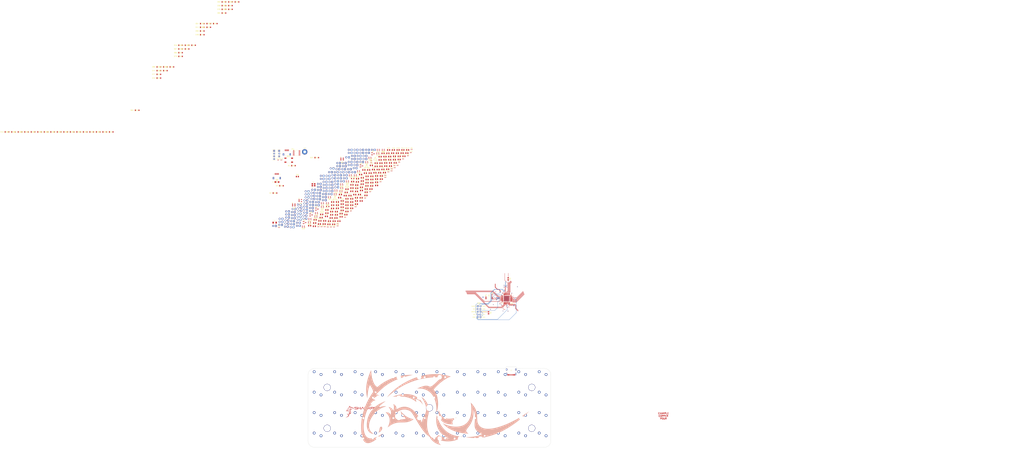
<source format=kicad_pcb>
(kicad_pcb (version 20211014) (generator pcbnew)
  (title_block (title "Joker template") (date "2021-09-11") (rev "V1.0.0") (company "Designed by Gondolindrim") (comment 1 "For the Acheron Project"))
  (layers (0 "F.Cu" signal) (31 "B.Cu" signal) (34 "B.Paste" user) (35 "F.Paste" user) (36 "B.SilkS" user "B.Silkscreen") (37 "F.SilkS" user "F.Silkscreen") (38 "B.Mask" user) (39 "F.Mask" user) (44 "Edge.Cuts" user))
  (net 0 "")
  (net 1 "GND")
  (net 2 "3V3")
  (net 3 "5V")
  (net 4 "XTAL_OUT")
  (net 5 "XTAL_IN")
  (net 6 "SDA")
  (net 7 "SCL")
  (net 8 "D+")
  (net 9 "/PA9")
  (net 10 "VBUS")
  (net 11 "GNDPWR")
  (net 12 "NRST")
  (net 13 "Net-(FB2-Pad1)")
  (net 14 "Net-(Q1-Pad1)")
  (net 15 "Net-(Q1-Pad3)")
  (net 16 "Net-(Q2-Pad1)")
  (net 17 "Net-(Q2-Pad3)")
  (net 18 "Net-(Q3-Pad1)")
  (net 19 "LED_PWM")
  (net 20 "Net-(LED1-PadA)")
  (net 21 "Net-(Q4-Pad1)")
  (net 22 "CAPS_INDICATOR")
  (net 23 "PB2{slash}BOOT1")
  (net 24 "Net-(Q4-Pad3)")
  (net 25 "Net-(Q5-Pad1)")
  (net 26 "Net-(LED68-PadK)")
  (net 27 "Net-(D1-Pad1)")
  (net 28 "RGB_3V3")
  (net 29 "Net-(D1-Pad2)")
  (net 30 "Net-(J1-PadA5)")
  (net 31 "D-")
  (net 32 "SWDIO")
  (net 33 "SWCLK")
  (net 34 "Net-(J1-PadB5)")
  (net 35 "Net-(LED5-PadA)")
  (net 36 "Net-(LED6-PadA)")
  (net 37 "BOOT0")
  (net 38 "Net-(LED7-PadA)")
  (net 39 "Net-(LED10-PadA)")
  (net 40 "Net-(LED11-PadA)")
  (net 41 "Net-(LED13-PadA)")
  (net 42 "Net-(LED15-PadA)")
  (net 43 "Net-(LED16-PadA)")
  (net 44 "Net-(LED17-PadA)")
  (net 45 "Net-(LED18-PadA)")
  (net 46 "Net-(LED20-PadA)")
  (net 47 "Net-(LED22-PadA)")
  (net 48 "Net-(LED24-PadA)")
  (net 49 "Net-(LED1-PadK)")
  (net 50 "Net-(LED2-PadK)")
  (net 51 "Net-(LED4-PadK)")
  (net 52 "Net-(LED3-PadK)")
  (net 53 "Net-(LED29-PadA)")
  (net 54 "Net-(LED30-PadA)")
  (net 55 "Net-(LED31-PadA)")
  (net 56 "Net-(LED32-PadA)")
  (net 57 "Net-(LED33-PadA)")
  (net 58 "Net-(LED34-PadA)")
  (net 59 "Net-(LED35-PadA)")
  (net 60 "Net-(LED36-PadA)")
  (net 61 "Net-(LED37-PadA)")
  (net 62 "Net-(LED38-PadA)")
  (net 63 "Net-(LED39-PadA)")
  (net 64 "Net-(LED40-PadA)")
  (net 65 "Net-(LED41-PadA)")
  (net 66 "Net-(LED42-PadA)")
  (net 67 "Net-(LED43-PadA)")
  (net 68 "Net-(LED26-PadK)")
  (net 69 "Net-(LED27-PadK)")
  (net 70 "Net-(LED28-PadK)")
  (net 71 "Net-(LED49-PadA)")
  (net 72 "Net-(LED50-PadA)")
  (net 73 "Net-(LED51-PadA)")
  (net 74 "Net-(LED52-PadA)")
  (net 75 "Net-(LED53-PadA)")
  (net 76 "Net-(LED54-PadA)")
  (net 77 "Net-(LED55-PadA)")
  (net 78 "Net-(LED56-PadA)")
  (net 79 "Net-(LED57-PadA)")
  (net 80 "Net-(LED58-PadA)")
  (net 81 "Net-(LED59-PadA)")
  (net 82 "Net-(LED60-PadA)")
  (net 83 "Net-(LED61-PadA)")
  (net 84 "Net-(LED62-PadA)")
  (net 85 "Net-(LED46-PadK)")
  (net 86 "Net-(LED47-PadK)")
  (net 87 "Net-(LED48-PadK)")
  (net 88 "Net-(LED45-PadK)")
  (net 89 "Net-(LED68-PadA)")
  (net 90 "Net-(LED70-PadA)")
  (net 91 "Net-(LED71-PadA)")
  (net 92 "Net-(LED72-PadA)")
  (net 93 "Net-(LED73-PadA)")
  (net 94 "Net-(LED74-PadA)")
  (net 95 "Net-(LED75-PadA)")
  (net 96 "Net-(LED76-PadA)")
  (net 97 "Net-(LED77-PadA)")
  (net 98 "Net-(LED63-PadK)")
  (net 99 "Net-(LED64-PadK)")
  (net 100 "Net-(LED65-PadK)")
  (net 101 "Net-(LED66-PadK)")
  (net 102 "Net-(LED67-PadK)")
  (net 103 "Net-(LED92-PadA)")
  (net 104 "Net-(LED93-PadA)")
  (net 105 "Net-(LED94-PadA)")
  (net 106 "Net-(LED78-PadK)")
  (net 107 "Net-(LED79-PadK)")
  (net 108 "Net-(LED80-PadK)")
  (net 109 "Net-(LED81-PadK)")
  (net 110 "Net-(LED82-PadK)")
  (net 111 "Net-(LED84-PadK)")
  (net 112 "Net-(LED85-PadK)")
  (net 113 "Net-(LED86-PadK)")
  (net 114 "Net-(LED87-PadK)")
  (net 115 "Net-(LED88-PadK)")
  (net 116 "Net-(LED89-PadK)")
  (net 117 "Net-(LED90-PadK)")
  (net 118 "Net-(LED91-PadK)")
  (net 119 "Net-(LED83-PadK)")
  (net 120 "Net-(LED96-PadA)")
  (net 121 "Net-(LED98-PadA)")
  (net 122 "Net-(LED100-PadA)")
  (net 123 "Net-(LED102-PadA)")
  (net 124 "Net-(LED104-PadA)")
  (net 125 "Net-(LED105-PadA)")
  (net 126 "Net-(LED107-PadA)")
  (net 127 "Net-(LED109-PadA)")
  (net 128 "Net-(LED111-PadA)")
  (net 129 "Net-(LED112-PadA)")
  (net 130 "Net-(LED95-PadK)")
  (net 131 "Net-(D4-Pad1)")
  (net 132 "RGB_5V_MAIN")
  (net 133 "Net-(D5-Pad1)")
  (net 134 "Net-(D6-Pad1)")
  (net 135 "Net-(D7-Pad1)")
  (net 136 "Net-(D8-Pad1)")
  (net 137 "Net-(D10-Pad3)")
  (net 138 "Net-(D10-Pad1)")
  (net 139 "Net-(D11-Pad1)")
  (net 140 "Net-(D12-Pad1)")
  (net 141 "Net-(D13-Pad1)")
  (net 142 "Net-(D14-Pad1)")
  (net 143 "Net-(D15-Pad1)")
  (net 144 "Net-(D16-Pad1)")
  (net 145 "Net-(D17-Pad1)")
  (net 146 "Net-(D18-Pad1)")
  (net 147 "Net-(D19-Pad1)")
  (net 148 "Net-(D20-Pad1)")
  (net 149 "Net-(D31-Pad1)")
  (net 150 "Net-(D30-Pad1)")
  (net 151 "Net-(D32-Pad1)")
  (net 152 "Net-(D33-Pad1)")
  (net 153 "Net-(D34-Pad1)")
  (net 154 "Net-(D35-Pad1)")
  (net 155 "RGB_5V_DB")
  (net 156 "R0")
  (net 157 "Net-(D37-Pad2)")
  (net 158 "DBUS+")
  (net 159 "DBUS-")
  (net 162 "C0")
  (net 163 "Net-(C11-Pad2)")
  (net 164 "Net-(C17-Pad2)")
  (net 165 "Net-(D38-Pad2)")
  (net 166 "Net-(D39-Pad2)")
  (net 167 "Net-(D40-Pad2)")
  (net 168 "Net-(D41-Pad2)")
  (net 169 "Net-(D42-Pad2)")
  (net 170 "Net-(D43-Pad2)")
  (net 171 "Net-(D44-Pad2)")
  (net 172 "Net-(D45-Pad2)")
  (net 173 "Net-(D46-Pad2)")
  (net 174 "Net-(D47-Pad2)")
  (net 175 "Net-(D48-Pad2)")
  (net 176 "Net-(D49-Pad1)")
  (net 177 "Net-(D49-Pad2)")
  (net 178 "Net-(D50-Pad2)")
  (net 179 "Net-(D51-Pad2)")
  (net 180 "Net-(D52-Pad2)")
  (net 181 "Net-(D53-Pad2)")
  (net 182 "Net-(D54-Pad2)")
  (net 183 "Net-(D55-Pad2)")
  (net 184 "Net-(D56-Pad2)")
  (net 185 "Net-(D57-Pad2)")
  (net 186 "Net-(D58-Pad2)")
  (net 187 "Net-(D59-Pad2)")
  (net 188 "Net-(D60-Pad2)")
  (net 189 "Net-(D61-Pad1)")
  (net 190 "Net-(D61-Pad2)")
  (net 191 "Net-(D62-Pad2)")
  (net 192 "Net-(D63-Pad2)")
  (net 193 "Net-(D64-Pad2)")
  (net 194 "Net-(D65-Pad2)")
  (net 195 "Net-(D66-Pad2)")
  (net 196 "Net-(D67-Pad2)")
  (net 197 "Net-(D68-Pad2)")
  (net 198 "Net-(D69-Pad2)")
  (net 199 "Net-(D70-Pad2)")
  (net 200 "Net-(D71-Pad2)")
  (net 201 "Net-(D72-Pad2)")
  (net 202 "Net-(D73-Pad1)")
  (net 203 "Net-(D73-Pad2)")
  (net 204 "Net-(D74-Pad2)")
  (net 205 "Net-(D75-Pad2)")
  (net 206 "Net-(D76-Pad2)")
  (net 207 "Net-(D77-Pad2)")
  (net 208 "Net-(D78-Pad2)")
  (net 209 "Net-(D79-Pad2)")
  (net 210 "Net-(D80-Pad2)")
  (net 211 "Net-(D81-Pad2)")
  (net 212 "Net-(D82-Pad2)")
  (net 213 "Net-(D83-Pad2)")
  (net 214 "Net-(D84-Pad2)")
  (net 215 "Net-(R18-Pad2)")
  (net 216 "C1")
  (net 217 "C2")
  (net 218 "C3")
  (net 219 "C4")
  (net 220 "C5")
  (net 221 "C6")
  (net 222 "C7")
  (net 223 "C8")
  (net 224 "C9")
  (net 225 "C10")
  (net 226 "C11")
  (net 227 "unconnected-(U2-Pad2)")
  (net 228 "unconnected-(U2-Pad3)")
  (net 229 "unconnected-(U2-Pad4)")
  (net 230 "unconnected-(U2-Pad10)")
  (net 231 "unconnected-(U2-Pad11)")
  (net 232 "unconnected-(U2-Pad12)")
  (net 233 "unconnected-(U2-Pad13)")
  (net 234 "unconnected-(U2-Pad14)")
  (net 235 "unconnected-(U2-Pad15)")
  (net 236 "unconnected-(U2-Pad17)")
  (net 237 "unconnected-(U2-Pad18)")
  (net 238 "unconnected-(U2-Pad21)")
  (net 239 "unconnected-(U2-Pad25)")
  (net 240 "unconnected-(U2-Pad26)")
  (net 241 "unconnected-(U2-Pad27)")
  (net 242 "unconnected-(U2-Pad29)")
  (net 243 "unconnected-(U2-Pad31)")
  (net 244 "unconnected-(U2-Pad38)")
  (net 245 "unconnected-(U2-Pad39)")
  (net 246 "unconnected-(U2-Pad40)")
  (net 247 "unconnected-(U2-Pad41)")
  (net 248 "unconnected-(U2-Pad45)")
  (net 249 "unconnected-(U2-Pad46)")
  (footprint "acheron_Components:D_SOD-123" (layer "F.Cu") (at 31.649972 20.239999)
    (fp_text reference "D3")
    (fp_text value "SMF6.0A")
  )
  (footprint "acheron_Components:D_SOD-123" (layer "F.Cu") (at -21.800028 -150.725001)
    (fp_text reference "D62")
    (fp_text value "1N4148W")
  )
  (footprint "Resistor_SMD:R_0805_2012Metric" (layer "F.Cu") (at 140.929972 -4.180001)
    (fp_text reference "R34")
    (fp_text value "1k")
  )
  (footprint "Resistor_SMD:R_0402_1005Metric" (layer "F.Cu") (at 130.889972 7.369999)
    (fp_text reference "R15")
    (fp_text value "10k")
  )
  (footprint "acheron_Components:LED_THT_2.54mm" (layer "F.Cu") (at 54.209372 36.699399)
    (fp_text reference "LED61")
    (fp_text value "LED" hide)
  )
  (footprint "Capacitor_SMD:C_0805_2012Metric" (layer "F.Cu") (at 108.129972 5.499999)
    (fp_text reference "C23")
    (fp_text value "100n")
  )
  (footprint "acheron_Components:Crystal_SMD_3225-4Pin_3.2x2.5mm" (layer "F.Cu") (at 61.399972 19.329999)
    (fp_text reference "Y1")
    (fp_text value "TAXM8M4RFDCET2T")
  )
  (footprint "acheron_Components:TSSOP-8_4.4x3mm_P0.65mm" (layer "F.Cu") (at 224.4 124.499999)
    (fp_text reference "U1")
    (fp_text value "BL24C256A-SFRC")
  )
  (footprint "acheron_Connectors:SM04B-SRSS-TB(LF)(SN)_mounting-reliefs" (layer "F.Cu") (at 36.584972 -12.005001)
    (fp_text reference "J3")
    (fp_text value "SM04B-SRSS-TB(LF)(SN)")
  )
  (footprint "acheron_Components:LED_THT_2.54mm" (layer "F.Cu") (at 61.459372 23.989399)
    (fp_text reference "LED18")
    (fp_text value "LED" hide)
  )
  (footprint "acheron_Components:LED_THT_2.54mm" (layer "F.Cu") (at 90.899372 13.219399)
    (fp_text reference "LED25")
    (fp_text value "LED" hide)
  )
  (footprint "acheron_Components:D_SOD-123" (layer "F.Cu") (at -62.100028 -110.425001)
    (fp_text reference "D45")
    (fp_text value "1N4148W")
  )
  (footprint "acheron_Components:LED_THT_2.54mm" (layer "F.Cu") (at 85.539372 10.399399)
    (fp_text reference "LED56")
    (fp_text value "LED" hide)
  )
  (footprint "Capacitor_SMD:C_0805_2012Metric" (layer "F.Cu") (at 115.149972 1.339999)
    (fp_text reference "C30")
    (fp_text value "100n")
  )
  (footprint "acheron_MX_soldermask:MX100" (layer "F.Cu") (at 197.549972 236.224999)
    (fp_text reference "SW30")
    (fp_text value "MX Switch")
  )
  (footprint "acheron_Components:LED_THT_2.54mm" (layer "F.Cu") (at 66.129372 32.619399)
    (fp_text reference "LED79")
    (fp_text value "LED" hide)
  )
  (footprint "acheron_Components:LED_THT_2.54mm" (layer "F.Cu") (at 64.929372 38.259399)
    (fp_text reference "LED20")
    (fp_text value "LED" hide)
  )
  (footprint "acheron_MX_soldermask:MX100" (layer "F.Cu") (at 235.549972 255.224999)
    (fp_text reference "SW40")
    (fp_text value "MX Switch")
  )
  (footprint "acheron_MX_soldermask:MX100" (layer "F.Cu") (at 140.549972 255.224999)
    (fp_text reference "SW45")
    (fp_text value "MX Switch")
  )
  (footprint "Resistor_SMD:R_0805_2012Metric" (layer "F.Cu") (at 125.829972 5.069999)
    (fp_text reference "R86")
    (fp_text value "1k")
  )
  (footprint "Resistor_SMD:R_0402_1005Metric" (layer "F.Cu") (at 140.919972 -1.710001)
    (fp_text reference "R6")
    (fp_text value "330k")
  )
  (footprint "Capacitor_SMD:C_0402_1005Metric" (layer "F.Cu") (at 83.729972 55.599999)
    (fp_text reference "C3")
    (fp_text value "100n")
  )
  (footprint "acheron_Components:D_SOD-123" (layer "F.Cu") (at -193.050028 -29.825001)
    (fp_text reference "D57")
    (fp_text value "1N4148W")
  )
  (footprint "Resistor_SMD:R_0805_2012Metric" (layer "F.Cu") (at 90.839972 29.399999)
    (fp_text reference "R26")
    (fp_text value "1k")
  )
  (footprint "Resistor_SMD:R_0805_2012Metric" (layer "F.Cu") (at 96.889972 25.359999)
    (fp_text reference "R102")
    (fp_text value "1k")
  )
  (footprint "Inductor_SMD:L_0805_2012Metric" (layer "F.Cu") (at 97.759972 13.479999)
    (fp_text reference "FB1")
    (fp_text value "GZ2012D601TF")
  )
  (footprint "Resistor_SMD:R_0805_2012Metric" (layer "F.Cu") (at 66.859972 55.809999)
    (fp_text reference "R77")
    (fp_text value "1k")
  )
  (footprint "Resistor_SMD:R_0805_2012Metric" (layer "F.Cu") (at 132.849972 1.949999)
    (fp_text reference "R40")
    (fp_text value "1k")
  )
  (footprint "acheron_Components:LED_THT_2.54mm" (layer "F.Cu") (at 82.789372 16.039399)
    (fp_text reference "LED19")
    (fp_text value "LED" hide)
  )
  (footprint "Capacitor_SMD:C_0402_1005Metric" (layer "F.Cu") (at 144.569972 -4.670001)
    (property "Value" "15p")
    (fp_text reference "C7")
    (fp_text value "15p")
  )
  (footprint "acheron_Components:D_SOD-123" (layer "F.Cu") (at -180.950028 -29.825001)
    (fp_text reference "D58")
    (fp_text value "1N4148W")
  )
  (footprint "Resistor_SMD:R_0805_2012Metric" (layer "F.Cu") (at 132.109972 -3.950001)
    (fp_text reference "R103")
    (fp_text value "1k")
  )
  (footprint "acheron_Components:LED_THT_2.54mm" (layer "F.Cu") (at 98.569372 7.579399)
    (fp_text reference "LED98")
    (fp_text value "LED" hide)
  )
  (footprint "Resistor_SMD:R_0805_2012Metric" (layer "F.Cu") (at 110.999972 20.339999)
    (fp_text reference "R101")
    (fp_text value "1k")
  )
  (footprint "acheron_Components:LED_WS2812_2020" (layer "F.Cu") (at 51.924972 58.214999)
    (fp_text reference "D19")
    (fp_text value "WS2812C-2020")
  )
  (footprint "Capacitor_SMD:C_0402_1005Metric" (layer "F.Cu") (at 128.009972 12.469999)
    (fp_text reference "C11")
    (fp_text value "4.7u")
  )
  (footprint "acheron_MX_soldermask:MX100" (layer "F.Cu") (at 83.549972 198.224999)
    (fp_text reference "SW12")
    (fp_text value "MX Switch")
  )
  (footprint "Resistor_SMD:R_0805_2012Metric" (layer "F.Cu") (at 95.249972 29.399999)
    (fp_text reference "R52")
    (fp_text value "1k")
  )
  (footprint "Resistor_SMD:R_0805_2012Metric" (layer "F.Cu") (at 144.389972 -13.090001)
    (fp_text reference "R13")
    (fp_text value "100k")
  )
  (footprint "acheron_Components:D_SOD-123" (layer "F.Cu") (at -82.250028 -79.925001)
    (fp_text reference "D42")
    (fp_text value "1N4148W")
  )
  (footprint "acheron_Components:LED_THT_2.54mm" (layer "F.Cu") (at 36.569372 52.539399)
    (fp_text reference "LED16")
    (fp_text value "LED" hide)
  )
  (footprint "Resistor_SMD:R_0805_2012Metric" (layer "F.Cu") (at 77.789972 50.189999)
    (fp_text reference "R47")
    (fp_text value "1k")
  )
  (footprint "acheron_Graphics:Warning_Sign_3.6x3.2mm" (layer "F.Cu") (at 110.628121 1.917384)
    (fp_text reference "GR2" hide)
    (fp_text value "Warning" hide)
  )
  (footprint "Capacitor_SMD:C_0805_2012Metric" (layer "F.Cu") (at 83.599972 35.289999)
    (fp_text reference "C34")
    (fp_text value "100n")
  )
  (footprint "Resistor_SMD:R_0805_2012Metric" (layer "F.Cu") (at 87.989972 43.149999)
    (fp_text reference "R45")
    (fp_text value "1k")
  )
  (footprint "acheron_Components:D_SOD-123" (layer "F.Cu") (at -156.750028 -29.825001)
    (fp_text reference "D70")
    (fp_text value "1N4148W")
  )
  (footprint "acheron_Components:LED_THT_2.54mm" (layer "F.Cu") (at 42.619372 44.649399)
    (fp_text reference "LED67")
    (fp_text value "LED" hide)
  )
  (footprint "Resistor_SMD:R_0805_2012Metric" (layer "F.Cu") (at 115.549972 17.329999)
    (fp_text reference "R22")
    (fp_text value "1k")
  )
  (footprint "acheron_Components:LED_THT_2.54mm" (layer "F.Cu") (at 78.629372 4.099399)
    (fp_text reference "LED93")
    (fp_text value "LED" hide)
  )
  (footprint "Capacitor_SMD:C_0402_1005Metric" (layer "F.Cu") (at 227.4 121.8 180)
    (fp_text reference "C1")
    (fp_text value "100n")
  )
  (footprint "acheron_MX_soldermask:MX100" (layer "F.Cu") (at 64.549972 217.224999)
    (fp_text reference "SW25")
    (fp_text value "MX Switch")
  )
  (footprint "acheron_Components:LED_THT_2.54mm" (layer "F.Cu") (at 47.979372 51.789399)
    (fp_text reference "LED91")
    (fp_text value "LED" hide)
  )
  (footprint "Resistor_SMD:R_0805_2012Metric" (layer "F.Cu") (at 121.419972 5.189999)
    (fp_text reference "R73")
    (fp_text value "1k")
  )
  (footprint "acheron_Components:LED_THT_2.54mm" (layer "F.Cu") (at 82.899372 21.679399)
    (fp_text reference "LED109")
    (fp_text value "LED" hide)
  )
  (footprint "Resistor_SMD:R_0805_2012Metric" (layer "F.Cu") (at 242.149972 106.800001 -90)
    (fp_text reference "R5")
    (fp_text value "0R")
  )
  (footprint "acheron_Components:LED_WS2812_2020" (layer "F.Cu") (at 103.204972 6.734999)
    (fp_text reference "D13")
    (fp_text value "WS2812C-2020")
  )
  (footprint "acheron_Components:LED_THT_2.54mm" (layer "F.Cu") (at 77.429372 16.639399)
    (fp_text reference "LED112")
    (fp_text value "LED" hide)
  )
  (footprint "Capacitor_SMD:C_0805_2012Metric" (layer "F.Cu") (at 106.709972 12.809999)
    (fp_text reference "C15")
    (fp_text value "1u")
  )
  (footprint "acheron_MX_soldermask:MX100" (layer "F.Cu") (at 235.549972 217.224999)
    (fp_text reference "SW16")
    (fp_text value "MX Switch")
  )
  (footprint "acheron_MX_soldermask:MX100" (layer "F.Cu") (at 121.549972 198.224999)
    (fp_text reference "SW10")
    (fp_text value "MX Switch")
  )
  (footprint "acheron_Components:D_SOD-123" (layer "F.Cu") (at -150.700028 -29.825001)
    (fp_text reference "D50")
    (fp_text value "1N4148W")
  )
  (footprint "acheron_Components:STM_UFQFPN-48_LQFP-48-1EP_7x7mm_P0.5mm_HandSoldering_ThermalReliefs" (layer "F.Cu") (at 240.749972 125.149999 90)
    (fp_text reference "U2")
    (fp_text value "STM32F411CEU6")
  )
  (footprint "acheron_Components:D_SOD-123" (layer "F.Cu") (at -126.500028 -29.825001)
    (fp_text reference "D49")
    (fp_text value "1N4148W")
  )
  (footprint "acheron_MX_soldermask:MX100" (layer "F.Cu") (at 254.549972 198.224999)
    (fp_text reference "SW3")
    (fp_text value "MX Switch")
  )
  (footprint "Resistor_SMD:R_0805_2012Metric" (layer "F.Cu") (at 110.079972 29.189999)
    (fp_text reference "R29")
    (fp_text value "1k")
  )
  (footprint "acheron_Components:LED_THT_2.54mm" (layer "F.Cu") (at 59.569372 38.089399)
    (fp_text reference "LED41")
    (fp_text value "LED" hide)
  )
  (footprint "Resistor_SMD:R_0805_2012Metric" (layer "F.Cu") (at 78.209972 44.289999)
    (fp_text reference "R30")
    (fp_text value "1k")
  )
  (footprint "acheron_Components:LED_THT_2.54mm" (layer "F.Cu") (at 106.119372 -1.870601)
    (fp_text reference "LED59")
    (fp_text value "LED" hide)
  )
  (footprint "Resistor_SMD:R_0805_2012Metric" (layer "F.Cu") (at 111.139972 14.439999)
    (fp_text reference "R17")
    (fp_text value "10k")
  )
  (footprint "acheron_Components:LED_THT_2.54mm" (layer "F.Cu") (at 82.899372 18.859399)
    (fp_text reference "LED9")
    (fp_text value "LED" hide)
  )
  (footprint "shark_library:shark_logo_plated" (layer "F.Cu") (at 106.934972 230.459999)
    (fp_text reference "GR5" hide)
    (fp_text value "Shark plated logo" hide)
  )
  (footprint "acheron_Components:LED_THT_2.54mm" (layer "F.Cu") (at 60.769372 32.449399)
    (fp_text reference "LED51")
    (fp_text value "LED" hide)
  )
  (footprint "acheron_Components:LED_WS2812_2020" (layer "F.Cu") (at 63.554972 48.794999)
    (fp_text reference "D14")
    (fp_text value "WS2812C-2020")
  )
  (footprint "acheron_Components:LED_THT_2.54mm" (layer "F.Cu") (at 53.339372 50.799399)
    (fp_text reference "LED63")
    (fp_text value "LED" hide)
  )
  (footprint "acheron_Components:LED_THT_2.54mm" (layer "F.Cu") (at 111.519372 -10.330601)
    (fp_text reference "LED28")
    (fp_text value "LED" hide)
  )
  (footprint "acheron_Components:LED_THT_2.54mm" (layer "F.Cu") (at 95.439372 -13.150601)
    (fp_text reference "LED108")
    (fp_text value "LED" hide)
  )
  (footprint "acheron_Components:LED_THT_2.54mm" (layer "F.Cu") (at 80.179372 13.219399)
    (fp_text reference "LED34")
    (fp_text value "LED" hide)
  )
  (footprint "Capacitor_SMD:C_0805_2012Metric" (layer "F.Cu") (at 73.779972 42.709999)
    (fp_text reference "C22")
    (fp_text value "100n")
  )
  (footprint "Resistor_SMD:R_0805_2012Metric" (layer "F.Cu") (at 136.519972 -4.010001)
    (fp_text reference "R99")
    (fp_text value "1k")
  )
  (footprint "Capacitor_SMD:C_0402_1005Metric" (layer "F.Cu") (at 149.019972 -7.680001)
    (fp_text reference "C8")
    (fp_text value "4.7u")
  )
  (footprint "acheron_MX_soldermask:MX100" (layer "F.Cu") (at 102.549972 236.224999)
    (fp_text reference "SW35")
    (fp_text value "MX Switch")
  )
  (footprint "acheron_Components:LED_THT_2.54mm" (layer "F.Cu") (at 54.029372 39.519399)
    (fp_text reference "LED44")
    (fp_text value "LED" hide)
  )
  (footprint "acheron_Components:LED_THT_2.54mm" (layer "F.Cu") (at 90.039372 -0.880601)
    (fp_text reference "LED105")
    (fp_text value "LED" hide)
  )
  (footprint "Resistor_SMD:R_0402_1005Metric" (layer "F.Cu") (at 68.809972 58.279999)
    (fp_text reference "R18")
    (fp_text value "10k")
  )
  (footprint "Resistor_SMD:R_0805_2012Metric" (layer "F.Cu") (at 99.659972 28.449999)
    (fp_text reference "R72")
    (fp_text value "1k")
  )
  (footprint "acheron_Components:LED_THT_2.54mm" (layer "F.Cu") (at 103.749372 -7.510601)
    (fp_text reference "LED49")
    (fp_text value "LED" hide)
  )
  (footprint "acheron_Components:LED_THT_2.54mm" (layer "F.Cu") (at 83.989372 4.759399)
    (fp_text reference "LED45")
    (fp_text value "LED" hide)
  )
  (footprint "acheron_MX_soldermask:MX100" (layer "F.Cu") (at 102.549972 198.224999)
    (fp_text reference "SW11")
    (fp_text value "MX Switch")
  )
  (footprint "acheron_Components:LED_WS2812_2020" (layer "F.Cu") (at 95.534972 10.544999)
    (fp_text reference "D7")
    (fp_text value "WS2812C-2020")
  )
  (footprint "acheron_Components:LED_THT_2.54mm" (layer "F.Cu") (at 60.769372 26.809399)
    (fp_text reference "LED111")
    (fp_text value "LED" hide)
  )
  (footprint "acheron_Components:LED_THT_2.54mm" (layer "F.Cu") (at 55.409372 28.239399)
    (fp_text reference "LED94")
    (fp_text value "LED" hide)
  )
  (footprint "acheron_MX_soldermask:MX100" (layer "F.Cu") (at 254.549972 236.224999)
    (fp_text reference "SW27")
    (fp_text value "MX Switch")
  )
  (footprint "acheron_Components:LED_THT_2.54mm" (layer "F.Cu") (at 77.539372 25.099399)
    (fp_text reference "LED106")
    (fp_text value "LED" hide)
  )
  (footprint "acheron_Components:LED_WS2812_2020" (layer "F.Cu") (at 57.504972 54.264999)
    (fp_text reference "D34")
    (fp_text value "WS2812C-2020")
  )
  (footprint "acheron_Components:LED_THT_2.54mm" (layer "F.Cu") (at 59.389372 40.909399)
    (fp_text reference "LED75")
    (fp_text value "LED" hide)
  )
  (footprint "Resistor_SMD:R_0402_1005Metric" (layer "F.Cu") (at 29.289972 59.019999)
    (fp_text reference "R1")
    (fp_text value "4.7k")
  )
  (footprint "Resistor_SMD:R_0805_2012Metric" (layer "F.Cu") (at 96.849972 38.249999)
    (fp_text reference "R107")
    (fp_text value "1k")
  )
  (footprint "acheron_Components:LED_THT_2.54mm" (layer "F.Cu") (at 36.129372 58.179399)
    (fp_text reference "LED35")
    (fp_text value "LED" hide)
  )
  (footprint "Resistor_SMD:R_0805_2012Metric" (layer "F.Cu") (at 124.029972 2.119999)
    (fp_text reference "R113")
    (fp_text value "1k")
  )
  (footprint "acheron_Components:LED_THT_2.54mm" (layer "F.Cu") (at 94.709372 4.759399)
    (fp_text reference "LED52")
    (fp_text value "LED" hide)
  )
  (footprint "acheron_Components:LED_WS2812_2020" (layer "F.Cu") (at 81.484972 28.064999)
    (fp_text reference "D9")
    (fp_text value "WS2812C-2020")
  )
  (footprint "acheron_MX_soldermask:MX100" (layer "F.Cu") (at 254.549972 217.224999)
    (fp_text reference "SW15")
    (fp_text value "MX Switch")
  )
  (footprint "acheron_MX_soldermask:MX100" (layer "F.Cu") (at 64.549972 255.224999)
    (fp_text reference "SW49")
    (fp_text value "MX Switch")
  )
  (footprint "Capacitor_SMD:C_0402_1005Metric" (layer "F.Cu") (at 133.879972 6.399999)
    (fp_text reference "C14")
    (fp_text value "100n")
  )
  (footprint "Capacitor_SMD:C_0805_2012Metric" (layer "F.Cu") (at 62.429972 54.869999)
    (fp_text reference "C32")
    (fp_text value "100n")
  )
  (footprint "Resistor_SMD:R_0402_1005Metric" (layer "F.Cu") (at 136.509972 1.409999)
    (fp_text reference "R11")
    (fp_text value "100R")
  )
  (footprint "Resistor_SMD:R_0402_1005Metric" (layer "F.Cu") (at 77.539972 58.559999)
    (fp_text reference "R21")
    (fp_text value "100")
  )
  (footprint "Resistor_SMD:R_0805_2012Metric" (layer "F.Cu") (at 134.849972 -10.080001)
    (fp_text reference "R71")
    (fp_text value "1k")
  )
  (footprint "acheron_Components:LED_THT_2.54mm" (layer "F.Cu") (at 30.769372 56.619399)
    (fp_text reference "LED78")
    (fp_text value "LED" hide)
  )
  (footprint "Resistor_SMD:R_0805_2012Metric" (layer "F.Cu") (at 82.199972 50.189999)
    (fp_text reference "R65")
    (fp_text value "1k")
  )
  (footprint "Resistor_SMD:R_0805_2012Metric" (layer "F.Cu") (at 127.699972 -3.950001)
    (fp_text reference "R83")
    (fp_text value "1k")
  )
  (footprint "acheron_MX_soldermask:MX100" (layer "F.Cu") (at 64.549972 198.224999)
    (fp_text reference "SW13")
    (fp_text value "MX Switch")
  )
  (footprint "acheron_Components:D_SOD-123" (layer "F.Cu") (at -15.750028 -143.825001)
    (fp_text reference "D65")
    (fp_text value "1N4148W")
  )
  (footprint "Resistor_SMD:R_0805_2012Metric" (layer "F.Cu") (at 83.579972 41.219999)
    (fp_text reference "R54")
    (fp_text value "1k")
  )
  (footprint "acheron_MX_soldermask:MX100" (layer "F.Cu") (at 216.549972 236.224999)
    (fp_text reference "SW29")
    (fp_text value "MX Switch")
  )
  (footprint "acheron_Components:LED_THT_2.54mm" (layer "F.Cu") (at 71.489372 30.739399)
    (fp_text reference "LED43")
    (fp_text value "LED" hide)
  )
  (footprint "acheron_Components:LED_THT_2.54mm" (layer "F.Cu") (at 109.109372 -7.510601)
    (fp_text reference "LED3")
    (fp_text value "LED" hide)
  )
  (footprint "acheron_Components:LED_THT_2.54mm" (layer "F.Cu") (at 41.929372 53.109399)
    (fp_text reference "LED46")
    (fp_text value "LED" hide)
  )
  (footprint "acheron_MX_soldermask:MX100" (layer "F.Cu") (at 178.549972 255.224999)
    (fp_text reference "SW43")
    (fp_text value "MX Switch")
  )
  (footprint "Resistor_SMD:R_0805_2012Metric" (layer "F.Cu") (at 124.369972 14.039999)
    (fp_text reference "R61")
    (fp_text value "1k")
  )
  (footprint "Resistor_SMD:R_0805_2012Metric" (layer "F.Cu") (at 105.899972 21.689999)
    (fp_text reference "R111")
    (fp_text value "1k")
  )
  (footprint "acheron_Components:LED_THT_2.54mm" (layer "F.Cu") (at 64.929372 35.439399)
    (fp_text reference "LED102")
    (fp_text value "LED" hide)
  )
  (footprint "acheron_MX_soldermask:MX100" (layer "F.Cu") (at 159.549972 255.224999)
    (fp_text reference "SW44")
    (fp_text value "MX Switch")
  )
  (footprint "acheron_Components:LED_WS2812_2020" (layer "F.Cu") (at 57.974972 51.144999)
    (fp_text reference "D15")
    (fp_text value "WS2812C-2020")
  )
  (footprint "acheron_Components:LED_THT_2.54mm" (layer "F.Cu") (at 93.029372 -6.250601)
    (fp_text reference "LED22")
    (fp_text value "LED" hide)
  )
  (footprint "acheron_MX_soldermask:MX100" (layer "F.Cu") (at 121.549972 255.224999)
    (fp_text reference "SW46")
    (fp_text value "MX Switch")
  )
  (footprint "Resistor_SMD:R_0805_2012Metric" (layer "F.Cu") (at 75.679972 56.089999)
    (fp_text reference "R93")
    (fp_text value "1k")
  )
  (footprint "Resistor_SMD:R_0805_2012Metric" (layer "F.Cu") (at 92.399972 41.199999)
    (fp_text reference "R59")
    (fp_text value "1k")
  )
  (footprint "Resistor_SMD:R_0805_2012Metric" (layer "F.Cu") (at 76.149972 53.139999)
    (fp_text reference "R27")
    (fp_text value "1k")
  )
  (footprint "acheron_Components:LED_THT_2.54mm" (layer "F.Cu") (at 36.569372 55.359399)
    (fp_text reference "LED66")
    (fp_text value "LED" hide)
  )
  (footprint "acheron_Components:D_SOD-123" (layer "F.Cu") (at 25.599972 26.989999)
    (fp_text reference "D2")
    (fp_text value "B5819W-SL")
  )
  (footprint "acheron_Components:LED_THT_2.54mm" (layer "F.Cu") (at 93.209372 7.579399)
    (fp_text reference "LED84")
    (fp_text value "LED" hide)
  )
  (footprint "Package_TO_SOT_SMD:SOT-23" (layer "F.Cu") (at 116.639972 -9.520001)
    (fp_text reference "Q4")
    (fp_text value "2N7002")
  )
  (footprint "acheron_Components:LED_THT_2.54mm" (layer "F.Cu") (at 42.619372 47.469399)
    (fp_text reference "LED87")
    (fp_text value "LED" hide)
  )
  (footprint "acheron_Connectors:PinHeader_2x5_P2.54mm_Vertical_Staggered" (layer "F.Cu") (at 215.112972 137.382999)
    (fp_text reference "X1" hide)
    (fp_text value "ARM JTAG" hide)
  )
  (footprint "acheron_Components:D_SOD-123" (layer "F.Cu") (at -50.000028 -110.425001)
    (fp_text reference "D60")
    (fp_text value "1N4148W")
  )
  (footprint "acheron_Components:LED_THT_2.54mm" (layer "F.Cu") (at 71.489372 27.919399)
    (fp_text reference "LED69")
    (fp_text value "LED" hide)
  )
  (footprint "Resistor_SMD:R_0805_2012Metric" (layer "F.Cu") (at 140.969972 -7.130001)
    (fp_text reference "R118")
    (fp_text value "1k")
  )
  (footprint "Resistor_SMD:R_0805_2012Metric" (layer "F.Cu") (at 122.819972 8.139999)
    (fp_text reference "R67")
    (fp_text value "1k")
  )
  (footprint "shark_library:shark_3mm_tht_mountinghole" (layer "F.Cu") (at 169.049972 226.724999)
    (fp_text reference "H4" hide)
    (fp_text value "MountingHole" hide)
  )
  (footprint "acheron_Components:LED_WS2812_2020" (layer "F.Cu") (at 113.744972 -5.735001)
    (fp_text reference "D32")
    (fp_text value "WS2812C-2020")
  )
  (footprint "acheron_MX_soldermask:MX100" (layer "F.Cu") (at 102.549972 255.224999)
    (fp_text reference "SW47")
    (fp_text value "MX Switch")
  )
  (footprint "acheron_Components:LED_THT_2.54mm" (layer "F.Cu") (at 90.039372 1.939399)
    (fp_text reference "LED97")
    (fp_text value "LED" hide)
  )
  (footprint "Resistor_SMD:R_0805_2012Metric" (layer "F.Cu") (at 110.309972 23.289999)
    (fp_text reference "R100")
    (fp_text value "1k")
  )
  (footprint "acheron_MX_soldermask:MX100" (layer "F.Cu") (at 102.549972 217.224999)
    (fp_text reference "SW23")
    (fp_text value "MX Switch")
  )
  (footprint "Capacitor_SMD:C_0402_1005Metric" (layer "F.Cu") (at 90.669972 49.559999)
    (fp_text reference "C17")
    (fp_text value "10n")
  )
  (footprint "Inductor_SMD:L_0805_2012Metric" (layer "F.Cu") (at 74.539972 39.459999)
    (fp_text reference "FB2")
    (fp_text value "GZ2012D601TF")
  )
  (footprint "acheron_MX_soldermask:MX100" (layer "F.Cu") (at 140.549972 236.224999)
    (fp_text reference "SW33")
    (fp_text value "MX Switch")
  )
  (footprint "acheron_Components:LED_THT_2.54mm" (layer "F.Cu") (at 72.179372 22.279399)
    (fp_text reference "LED74")
    (fp_text value "LED" hide)
  )
  (footprint "Resistor_SMD:R_0805_2012Metric" (layer "F.Cu") (at 111.099972 17.389999)
    (fp_text reference "R43")
    (fp_text value "1k")
  )
  (footprint "acheron_Components:D_SOD-123" (layer "F.Cu") (at -168.850028 -29.825001)
    (fp_text reference "D53")
    (fp_text value "1N4148W")
  )
  (footprint "acheron_Components:LED_THT_2.54mm" (layer "F.Cu") (at 54.209372 33.879399)
    (fp_text reference "LED23")
    (fp_text value "LED" hide)
  )
  (footprint "acheron_Components:LED_WS2812_2020" (layer "F.Cu") (at 86.834972 25.244999)
    (fp_text reference "D5")
    (fp_text value "WS2812C-2020")
  )
  (footprint "acheron_Components:LED_THT_2.54mm" (layer "F.Cu") (at 87.849372 7.579399)
    (fp_text reference "LED89")
    (fp_text value "LED" hide)
  )
  (footprint "acheron_MX_soldermask:MX100" (layer "F.Cu") (at 64.549972 236.224999)
    (fp_text reference "SW37")
    (fp_text value "MX Switch")
  )
  (footprint "acheron_Components:D_SOD-123" (layer "F.Cu") (at -21.800028 -147.275001)
    (fp_text reference "D59")
    (fp_text value "1N4148W")
  )
  (footprint "Resistor_SMD:R_0805_2012Metric" (layer "F.Cu") (at 124.029972 -0.830001)
    (fp_text reference "R75")
    (fp_text value "1k")
  )
  (footprint "Package_TO_SOT_SMD:SOT-23" (layer "F.Cu") (at 64.509972 41.889999)
    (fp_text reference "Q3")
    (fp_text value "AO3401A")
  )
  (footprint "acheron_Connectors:PinHeader_1x4_P2.54mm_Vertical" (layer "F.Cu") (at 24.802972 -8.427001)
    (fp_text reference "X2" hide)
    (fp_text value "USB_EXPOSED_PINS" hide)
  )
  (footprint "Resistor_SMD:R_0805_2012Metric" (layer "F.Cu") (at 105.899972 24.639999)
    (fp_text reference "R50")
    (fp_text value "1k")
  )
  (footprint "acheron_Components:LED_THT_2.54mm" (layer "F.Cu") (at 88.149372 16.039399)
    (fp_text reference "LED37")
    (fp_text value "LED" hide)
  )
  (footprint "acheron_Components:D_SOD-123" (layer "F.Cu") (at -41.950028 -127.125001)
    (fp_text reference "D41")
    (fp_text value "1N4148W")
  )
  (footprint "Resistor_SMD:R_0805_2012Metric" (layer "F.Cu") (at 73.379972 48.699999)
    (fp_text reference "R95")
    (fp_text value "1k")
  )
  (footprint "acheron_Components:D_SOD-123" (layer "F.Cu") (at -41.950028 -130.575001)
    (fp_text reference "D54")
    (fp_text value "1N4148W")
  )
  (footprint "Resistor_SMD:R_0805_2012Metric" (layer "F.Cu") (at 101.259972 34.349999)
    (fp_text reference "R84")
    (fp_text value "1k")
  )
  (footprint "acheron_Components:LED_THT_2.54mm" (layer "F.Cu") (at 100.759372 0.949399)
    (fp_text reference "LED24")
    (fp_text value "LED" hide)
  )
  (footprint "Resistor_SMD:R_0805_2012Metric" (layer "F.Cu") (at 148.079972 -10.140001)
    (fp_text reference "R32")
    (fp_text value "1k")
  )
  (footprint "acheron_Components:LED_THT_2.54mm" (layer "F.Cu") (at 77.539372 19.459399)
    (fp_text reference "LED85")
    (fp_text value "LED" hide)
  )
  (footprint "acheron_Components:LED_THT_2.54mm" (layer "F.Cu") (at 55.409372 31.059399)
    (fp_text reference "LED15")
    (fp_text value "LED" hide)
  )
  (footprint "shark_library:shark_3mm_tht_mountinghole" (layer "F.Cu") (at 74.074972 245.699999)
    (fp_text reference "H5" hide)
    (fp_text value "MountingHole" hide)
  )
  (footprint "acheron_Components:D_SOD-123" (layer "F.Cu") (at -144.650028 -29.825001)
    (fp_text reference "D79")
    (fp_text value "1N4148W")
  )
  (footprint "Capacitor_SMD:C_0805_2012Metric" (layer "F.Cu") (at 91.759972 26.419999)
    (fp_text reference "C49")
    (fp_text value "100n")
  )
  (footprint "acheron_Components:LED_THT_2.54mm" (layer "F.Cu") (at 47.289372 54.609399)
    (fp_text reference "LED47")
    (fp_text value "LED" hide)
  )
  (footprint "Resistor_SMD:R_0805_2012Metric" (layer "F.Cu") (at 119.959972 19.939999)
    (fp_text reference "R56")
    (fp_text value "1k")
  )
  (footprint "acheron_Components:D_SOD-123" (layer "F.Cu") (at -62.100028 -100.075001)
    (fp_text reference "D73")
    (fp_text value "1N4148W")
  )
  (footprint "Resistor_SMD:R_0402_1005Metric" (layer "F.Cu") (at 28.579972 -3.710001)
    (fp_text reference "R16")
    (fp_text value "5.1k")
  )
  (footprint "acheron_Components:LED_WS2812_2020" (layer "F.Cu") (at 76.124972 30.884999)
    (fp_text reference "D8")
    (fp_text value "WS2812C-2020")
  )
  (footprint "Resistor_SMD:R_0805_2012Metric" (layer "F.Cu") (at 71.739972 52.859999)
    (fp_text reference "R41")
    (fp_text value "1k")
  )
  (footprint "acheron_Components:LED_WS2812_2020" (layer "F.Cu") (at 69.564972 39.644999)
    (fp_text reference "D10")
    (fp_text value "WS2812C-2020")
  )
  (footprint "acheron_MX_soldermask:MX100" (layer "F.Cu") (at 273.549972 255.224999)
    (fp_text reference "SW38")
    (fp_text value "MX Switch")
  )
  (footprint "acheron_MX_soldermask:MX100" (layer "F.Cu") (at 159.549972 198.224999)
    (fp_text reference "SW8")
    (fp_text value "MX Switch")
  )
  (footprint "Resistor_SMD:R_0402_1005Metric" (layer "F.Cu") (at 31.489972 -3.710001)
    (fp_text reference "R10")
    (fp_text value "100R")
  )
  (footprint "Capacitor_SMD:C_0805_2012Metric" (layer "F.Cu") (at 97.059972 22.379999)
    (fp_text reference "C29")
    (fp_text value "100n")
  )
  (footprint "acheron_Components:LED_THT_2.54mm" (layer "F.Cu") (at 66.819372 21.339399)
    (fp_text reference "LED92")
    (fp_text value "LED" hide)
  )
  (footprint "Resistor_SMD:R_0805_2012Metric" (layer "F.Cu") (at 111.139972 11.489999)
    (fp_text reference "R119")
    (fp_text value "1k")
  )
  (footprint "acheron_MX_soldermask:MX100" (layer "F.Cu") (at 273.549972 198.224999)
    (fp_text reference "SW2")
    (fp_text value "MX Switch")
  )
  (footprint "acheron_Components:LED_THT_2.54mm" (layer "F.Cu") (at 82.489372 7.579399)
    (fp_text reference "LED1")
    (fp_text value "LED" hide)
  )
  (footprint "acheron_Components:D_SOD-123" (layer "F.Cu") (at -70.150028 -90.275001)
    (fp_text reference "D55")
    (fp_text value "1N4148W")
  )
  (footprint "acheron_Components:LED_THT_2.54mm" (layer "F.Cu") (at 85.539372 13.219399)
    (fp_text reference "LED96")
    (fp_text value "LED" hide)
  )
  (footprint "acheron_Components:LED_THT_2.54mm" (layer "F.Cu") (at 41.489372 58.749399)
    (fp_text reference "LED13")
    (fp_text value "LED" hide)
  )
  (footprint "Resistor_SMD:R_0805_2012Metric" (layer "F.Cu") (at 67.329972 52.859999)
    (fp_text reference "R105")
    (fp_text value "1k")
  )
  (footprint "acheron_Components:LED_THT_2.54mm" (layer "F.Cu") (at 95.399372 0.949399)
    (fp_text reference "LED38")
    (fp_text value "LED" hide)
  )
  (footprint "acheron_Components:LED_WS2812_2020" (layer "F.Cu") (at 126.174972 -13.005001)
    (fp_text reference "D36")
    (fp_text value "WS2812C-2020")
  )
  (footprint "acheron_Components:LED_THT_2.54mm" (layer "F.Cu") (at 66.129372 26.979399)
    (fp_text reference "LED82")
    (fp_text value "LED" hide)
  )
  (footprint "acheron_Components:LED_THT_2.54mm" (layer "F.Cu") (at 106.159372 -10.330601)
    (fp_text reference "LED26")
    (fp_text value "LED" hide)
  )
  (footprint "acheron_Components:LED_THT_2.54mm" (layer "F.Cu") (at 69.459372 13.819399)
    (fp_text reference "LED29")
    (fp_text value "LED" hide)
  )
  (footprint "acheron_Components:D_SOD-123" (layer "F.Cu") (at -15.750028 -150.725001)
    (fp_text reference "D71")
    (fp_text value "1N4148W")
  )
  (footprint "acheron_Components:D_SOD-123" (layer "F.Cu") (at -9.700028 -150.725001)
    (fp_text reference "D40")
    (fp_text value "1N4148W")
  )
  (footprint "acheron_Components:D_SOD-123" (layer "F.Cu") (at -82.250028 -83.375001)
    (fp_text reference "D77")
    (fp_text value "1N4148W")
  )
  (footprint "acheron_Components:LED_THT_2.54mm" (layer "F.Cu") (at 74.819372 10.999399)
    (fp_text reference "LED53")
    (fp_text value "LED" hide)
  )
  (footprint "acheron_Components:D_SOD-123" (layer "F.Cu") (at -162.800028 -29.825001)
    (fp_text reference "D63")
    (fp_text value "1N4148W")
  )
  (footprint "acheron_MX_soldermask:MX100" (layer "F.Cu") (at 83.549972 255.224999)
    (fp_text reference "SW48")
    (fp_text value "MX Switch")
  )
  (footprint "acheron_Components:LED_THT_2.54mm" (layer "F.Cu") (at 66.709372 18.519399)
    (fp_text reference "LED57")
    (fp_text value "LED" hide)
  )
  (footprint "Resistor_SMD:R_0805_2012Metric" (layer "F.Cu") (at 115.549972 11.429999)
    (fp_text reference "R57")
    (fp_text value "1k")
  )
  (footprint "acheron_Components:D_SOD-123" (layer "F.Cu") (at -138.600028 -29.825001)
    (fp_text reference "D72")
    (fp_text value "1N4148W")
  )
  (footprint "acheron_Components:D_SOD-123" (layer "F.Cu") (at -62.100028 -103.525001)
    (fp_text reference "D83")
    (fp_text value "1N4148W")
  )
  (footprint "Resistor_SMD:R_0805_2012Metric" (layer "F.Cu") (at 101.259972 37.299999)
    (fp_text reference "R64")
    (fp_text value "1k")
  )
  (footprint "acheron_Components:LED_THT_2.54mm" (layer "F.Cu") (at 48.159372 37.689399)
    (fp_text reference "LED77")
    (fp_text value "LED" hide)
  )
  (footprint "Capacitor_SMD:C_0402_1005Metric" (layer "F.Cu") (at 109.309972 31.649999)
    (fp_text reference "C13")
    (fp_text value "10u")
  )
  (footprint "acheron_Graphics:Warning_Sign_3.6x3.2mm" (layer "F.Cu") (at 69.258121 43.287384)
    (fp_text reference "GR6" hide)
    (fp_text value "Warning" hide)
  )
  (footprint "acheron_Components:D_SOD-123" (layer "F.Cu") (at -187.000028 -29.825001)
    (fp_text reference "D66")
    (fp_text value "1N4148W")
  )
  (footprint "acheron_Components:D_SOD-123" (layer "F.Cu") (at -217.250028 -29.825001)
    (fp_text reference "D47")
    (fp_text value "1N4148W")
  )
  (footprint "acheron_Components:LED_THT_2.54mm" (layer "F.Cu") (at 59.569372 35.269399)
    (fp_text reference "LED95")
    (fp_text value "LED" hide)
  )
  (footprint "Capacitor_SMD:C_0402_1005Metric" (layer "F.Cu") (at 151.719972 -10.630001)
    (fp_text reference "C19")
    (fp_text value "100n")
  )
  (footprint "acheron_MX_soldermask:MX100" (layer "F.Cu") (at 216.549972 217.224999)
    (fp_text reference "SW17")
    (fp_text value "MX Switch")
  )
  (footprint "Resistor_SMD:R_0805_2012Metric" (layer "F.Cu") (at 128.439972 -1.000001)
    (fp_text reference "R63")
    (fp_text value "1k")
  )
  (footprint "Resistor_SMD:R_0402_1005Metric" (layer "F.Cu") (at 74.629972 58.559999)
    (fp_text reference "R2")
    (fp_text value "4.7k")
  )
  (footprint "Resistor_SMD:R_0805_2012Metric" (layer "F.Cu") (at 113.999972 8.479999)
    (fp_text reference "R24")
    (fp_text value "1k")
  )
  (footprint "acheron_Components:LED_THT_2.54mm" (layer "F.Cu") (at 37.259372 44.079399)
    (fp_text reference "LED103")
    (fp_text value "LED" hide)
  )
  (footprint "acheron_Components:LED_THT_2.54mm" (layer "F.Cu") (at 77.129372 7.549399)
    (fp_text reference "LED86")
    (fp_text value "LED" hide)
  )
  (footprint "Capacitor_SMD:C_0805_2012Metric" (layer "F.Cu") (at 57.769972 57.329999)
    (fp_text reference "C44")
    (fp_text value "100n")
  )
  (footprint "shark_library:shark_3mm_tht_mountinghole" (layer "F.Cu") (at 264.074972 245.699999)
    (fp_text reference "H6" hide)
    (fp_text value "MountingHole" hide)
  )
  (footprint "acheron_Components:LED_THT_2.54mm" (layer "F.Cu") (at 47.289372 57.429399)
    (fp_text reference "LED32")
    (fp_text value "LED" hide)
  )
  (footprint "shark_library:shark_3mm_tht_mountinghole" (layer "F.Cu") (at 264.074972 207.699999)
    (fp_text reference "H2" hide)
    (fp_text value "MountingHole" hide)
  )
  (footprint "acheron_Components:D_SOD-123" (layer "F.Cu") (at -174.900028 -29.825001)
    (fp_text reference "D52")
    (fp_text value "1N4148W")
  )
  (footprint "acheron_Components:LED_WS2812_2020" (layer "F.Cu") (at 92.784972 16.184999)
    (fp_text reference "D20")
    (fp_text value "WS2812C-2020")
  )
  (footprint "Capacitor_SMD:C_0805_2012Metric" (layer "F.Cu") (at 68.949972 46.869999)
    (fp_text reference "C33")
    (fp_text value "100n")
  )
  (footprint "Capacitor_SMD:C_0805_2012Metric" (layer "F.Cu") (at 79.149972 38.299999)
    (fp_text reference "C27")
    (fp_text value "100n")
  )
  (footprint "acheron_MX_soldermask:MX100" (layer "F.Cu") (at 197.549972 255.224999)
    (fp_text reference "SW42")
    (fp_text value "MX Switch")
  )
  (footprint "shark_library:shark_3mm_tht_mountinghole" (layer "F.Cu") (at 74.074972 207.699999)
    (fp_text reference "H3" hide)
    (fp_text value "MountingHole" hide)
  )
  (footprint "Resistor_SMD:R_0805_2012Metric" (layer "F.Cu") (at 82.619972 47.239999)
    (fp_text reference "R94")
    (fp_text value "10k")
  )
  (footprint "Resistor_SMD:R_0805_2012Metric" (layer "F.Cu") (at 127.229972 8.019999)
    (fp_text reference "R90")
    (fp_text value "100")
  )
  (footprint "Capacitor_SMD:C_0805_2012Metric" (layer "F.Cu") (at 127.719972 -6.930001)
    (fp_text reference "C28")
    (fp_text value "100n")
  )
  (footprint "Capacitor_SMD:C_0805_2012Metric" (layer "F.Cu") (at 92.459972 23.409999)
    (fp_text reference "C40")
    (fp_text value "100n")
  )
  (footprint "Resistor_SMD:R_0805_2012Metric" (layer "F.Cu") (at 139.259972 -10.080001)
    (fp_text reference "R66")
    (fp_text value "1k")
  )
  (footprint "acheron_Components:D_SOD-123" (layer "F.Cu") (at 42.769972 1.529999)
    (fp_text reference "D1")
    (fp_text value "1N4148W")
  )
  (footprint "acheron_Components:LED_THT_2.54mm" (layer "F.Cu") (at 100.799372 -13.150601)
    (fp_text reference "LED27")
    (fp_text value "LED" hide)
  )
  (footprint "Resistor_SMD:R_0805_2012Metric" (layer "F.Cu") (at 88.029972 37.249999)
    (fp_text reference "R98")
    (fp_text value "1k")
  )
  (footprint "Capacitor_SMD:C_0805_2012Metric" (layer "F.Cu") (at 112.579972 5.499999)
    (fp_text reference "C20")
    (fp_text value "1u")
  )
  (footprint "acheron_Components:LED_THT_2.54mm" (layer "F.Cu") (at 76.849372 27.919399)
    (fp_text reference "LED90")
    (fp_text value "LED" hide)
  )
  (footprint "Resistor_SMD:R_0805_2012Metric" (layer "F.Cu") (at 92.439972 35.299999)
    (fp_text reference "R60")
    (fp_text value "1k")
  )
  (footprint "acheron_Components:D_SOD-123" (layer "F.Cu") (at -82.250028 -90.275001)
    (fp_text reference "D80")
    (fp_text value "1N4148W")
  )
  (footprint "Resistor_SMD:R_0805_2012Metric" (layer "F.Cu") (at 80.089972 56.089999)
    (fp_text reference "R70")
    (fp_text value "1k")
  )
  (footprint "acheron_Components:LED_THT_2.54mm" (layer "F.Cu") (at 95.399372 -1.870601)
    (fp_text reference "LED33")
    (fp_text value "LED" hide)
  )
  (footprint "acheron_MX_soldermask:MX100" (layer "F.Cu") (at 235.549972 236.224999)
    (fp_text reference "SW28")
    (fp_text value "MX Switch")
  )
  (footprint "Package_TO_SOT_SMD:SOT-23" (layer "F.Cu") (at 53.099972 54.429999)
    (fp_text reference "Q2")
    (fp_text value "2N7002")
  )
  (footprint "Resistor_SMD:R_0805_2012Metric" (layer "F.Cu") (at 87.989972 40.199999)
    (fp_text reference "R31")
    (fp_text value "1k")
  )
  (footprint "Capacitor_SMD:C_0805_2012Metric" (layer "F.Cu") (at 131.099972 -13.060001)
    (fp_text reference "C21")
    (fp_text value "100n")
  )
  (footprint "acheron_Components:LED_THT_2.54mm" (layer "F.Cu") (at 41.929372 55.929399)
    (fp_text reference "LED72")
    (fp_text value "LED" hide)
  )
  (footprint "Resistor_SMD:R_0805_2012Metric" (layer "F.Cu") (at 82.619972 44.289999)
    (fp_text reference "R74")
    (fp_text value "1k")
  )
  (footprint "Resistor_SMD:R_0402_1005Metric" (layer "F.Cu") (at 114.909972 -1.190001)
    (fp_text reference "R8")
    (fp_text value "10k")
  )
  (footprint "acheron_Components:SOIC-8" (layer "F.Cu") (at 45.649972 -10.265001)
    (fp_text reference "U4")
    (fp_text value "AT24C256C-SSHL-T")
  )
  (footprint "Resistor_SMD:R_0402_1005Metric" (layer "F.Cu") (at 80.449972 58.559999)
    (fp_text reference "R35")
    (fp_text value "10k")
  )
  (footprint "Capacitor_SMD:C_0805_2012Metric" (layer "F.Cu") (at 102.259972 13.609999)
    (fp_text reference "C39")
    (fp_text value "100n")
  )
  (footprint "Capacitor_SMD:C_0805_2012Metric" (layer "F.Cu") (at 105.119972 9.799999)
    (fp_text reference "C41")
    (fp_text value "100n")
  )
  (footprint "Capacitor_SMD:C_0402_1005Metric" (layer "F.Cu") (at 113.949972 25.749999)
    (fp_text reference "C12")
    (fp_text value "100n")
  )
  (footprint "acheron_Components:CP_EIA-3216-10_Kemet-I_Pad1.58x1.35mm_HandSolder" (layer "F.Cu") (at 27.474972 16.715001)
    (fp_text reference "C5")
    (fp_text value "10u")
  )
  (footprint "acheron_MX_soldermask:MX100" (layer "F.Cu") (at 159.549972 217.224999)
    (fp_text reference "SW20")
    (fp_text value "MX Switch")
  )
  (footprint "acheron_Components:LED_THT_2.54mm" (layer "F.Cu") (at 103.749372 -4.690601)
    (fp_text reference "LED104")
    (fp_text value "LED" hide)
  )
  (footprint "Resistor_SMD:R_0805_2012Metric" (layer "F.Cu") (at 92.439972 38.249999)
    (fp_text reference "R108")
    (fp_text value "1k")
  )
  (footprint "Resistor_SMD:R_0805_2012Metric" (layer "F.Cu") (at 143.669972 -10.140001)
    (fp_text reference "R38")
    (fp_text value "1k")
  )
  (footprint "acheron_Components:LED_THT_2.54mm" (layer "F.Cu") (at 53.339372 47.979399)
    (fp_text reference "LED5")
    (fp_text value "LED" hide)
  )
  (footprint "Resistor_SMD:R_0805_2012Metric" (layer "F.Cu") (at 92.399972 44.149999)
    (fp_text reference "R46")
    (fp_text value "1k")
  )
  (footprint "acheron_Components:D_SOD-123" (layer "F.Cu") (at -199.100028 -29.825001)
    (fp_text reference "D74")
    (fp_text value "1N4148W")
  )
  (footprint "acheron_Components:LED_THT_2.54mm" (layer "F.Cu") (at 37.259372 49.719399)
    (fp_text reference "LED100")
    (fp_text value "LED" hide)
  )
  (footprint "acheron_Components:LED_THT_2.54mm" (layer "F.Cu") (at 100.799372 -10.330601)
    (fp_text reference "LED48")
    (fp_text value "LED" hide)
  )
  (footprint "Resistor_SMD:R_0805_2012Metric" (layer "F.Cu") (at 101.489972 22.549999)
    (fp_text reference "R68")
    (fp_text value "1k")
  )
  (footprint "acheron_Components:LED_THT_2.54mm" (layer "F.Cu") (at 55.409372 25.419399)
    (fp_text reference "LED54")
    (fp_text value "LED" hide)
  )
  (footprint "acheron_Graphics:Warning_Sign_3.6x3.2mm" (layer "F.Cu") (at 92.538121 19.827384)
    (fp_text reference "GR9" hide)
    (fp_text value "Warning" hide)
  )
  (footprint "acheron_Components:D_SOD-123" (layer "F.Cu") (at -35.900028 -127.125001)
    (fp_text reference "D68")
    (fp_text value "1N4148W")
  )
  (footprint "Capacitor_SMD:C_0805_2012Metric" (layer "F.Cu") (at 86.409972 28.309999)
    (fp_text reference "C24")
    (fp_text value "100n")
  )
  (footprint "Resistor_SMD:R_0805_2012Metric" (layer "F.Cu") (at 130.239972 4.899999)
    (fp_text reference "R55")
    (fp_text value "1k")
  )
  (footprint "Package_TO_SOT_SMD:SOT-23" (layer "F.Cu") (at 105.879972 1.759999)
    (fp_text reference "Q1")
    (fp_text value "2N7002")
  )
  (footprint "Capacitor_SMD:C_0402_1005Metric" (layer "F.Cu") (at 83.729972 57.569999)
    (fp_text reference "C10")
    (fp_text value "100n")
  )
  (footprint "Resistor_SMD:R_0805_2012Metric" (layer "F.Cu") (at 139.979972 -13.090001)
    (fp_text reference "R76")
    (fp_text value "1k")
  )
  (footprint "Resistor_SMD:R_0805_2012Metric" (layer "F.Cu") (at 96.849972 35.299999)
    (fp_text reference "R14")
    (fp_text value "100k")
  )
  (footprint "Resistor_SMD:R_0805_2012Metric" (layer "F.Cu") (at 137.259972 -1.060001)
    (fp_text reference "R91")
    (fp_text value "1k")
  )
  (footprint "acheron_Graphics:Grounding_Sign_3.6x3.2mm" (layer "F.Cu") (at 81.128121 31.707384)
    (fp_text reference "GR3" hide)
    (fp_text value "Grounding sign" hide)
  )
  (footprint "acheron_Components:LED_THT_2.54mm" (layer "F.Cu") (at 71.489372 33.559399)
    (fp_text reference "LED88")
    (fp_text value "LED" hide)
  )
  (footprint "Resistor_SMD:R_0805_2012Metric" (layer "F.Cu") (at 101.299972 25.499999)
    (fp_text reference "R92")
    (fp_text value "1k")
  )
  (footprint "acheron_Components:LED_THT_2.54mm" (layer "F.Cu") (at 109.109372 -4.690601)
    (fp_text reference "LED40")
    (fp_text value "LED" hide)
  )
  (footprint "acheron_Components:LED_WS2812_2020" (layer "F.Cu") (at 64.024972 45.674999)
    (fp_text reference "D18")
    (fp_text value "WS2812C-2020")
  )
  (footprint "acheron_Components:D_SOD-123" (layer "F.Cu") (at -132.550028 -29.825001)
    (fp_text reference "D51")
    (fp_text value "1N4148W")
  )
  (footprint "Resistor_SMD:R_0805_2012Metric" (layer "F.Cu") (at 105.669972 31.399999)
    (fp_text reference "R25")
    (fp_text value "1k")
  )
  (footprint "acheron_Components:LED_THT_2.54mm" (layer "F.Cu") (at 42.619372 50.289399)
    (fp_text reference "LED17")
    (fp_text value "LED" hide)
  )
  (footprint "acheron_Components:D_SOD-123" (layer "F.Cu") (at -41.950028 -120.225001)
    (fp_text reference "D78")
    (fp_text value "1N4148W")
  )
  (footprint "acheron_MX_soldermask:MX100" (layer "F.Cu") (at 273.549972 217.224999)
    (fp_text reference "SW14")
    (fp_text value "MX Switch")
  )
  (footprint "Resistor_SMD:R_0402_1005Metric" (layer "F.Cu") (at 152.459972 -13.570001)
    (fp_text reference "R9")
    (fp_text value "100R")
  )
  (footprint "Capacitor_SMD:C_0402_1005Metric" (layer "F.Cu") (at 96.039972 43.659999)
    (fp_text reference "C6")
    (fp_text value "15p")
  )
  (footprint "Capacitor_SMD:C_0805_2012Metric" (layer "F.Cu") (at 85.649972 31.319999)
    (fp_text reference "C45")
    (fp_text value "100n")
  )
  (footprint "acheron_Components:SOT-23-6" (layer "F.Cu") (at 87.919972 -4.615001)
    (fp_text reference "U6")
    (fp_text value "TXS0101DBVR")
  )
  (footprint "acheron_Components:LED_THT_2.54mm" (layer "F.Cu") (at 60.769372 29.629399)
    (fp_text reference "LED31")
    (fp_text value "LED" hide)
  )
  (footprint "acheron_MX_soldermask:MX100" (layer "F.Cu") (at 273.549972 236.224999)
    (fp_text reference "SW26")
    (fp_text value "MX Switch")
  )
  (footprint "Resistor_SMD:R_0805_2012Metric" (layer "F.Cu") (at 96.849972 32.349999)
    (fp_text reference "R85")
    (fp_text value "1k")
  )
  (footprint "acheron_Components:LED_THT_2.54mm" (layer "F.Cu") (at 84.679372 1.939399)
    (fp_text reference "LED12")
    (fp_text value "LED" hide)
  )
  (footprint "Resistor_SMD:R_0805_2012Metric" (layer "F.Cu") (at 78.209972 47.239999)
    (fp_text reference "R42")
    (fp_text value "1k")
  )
  (footprint "Resistor_SMD:R_0402_1005Metric" (layer "F.Cu") (at 114.909972 -3.180001)
    (fp_text reference "R4")
    (fp_text value "1.5k")
  )
  (footprint "Resistor_SMD:R_0805_2012Metric" (layer "F.Cu") (at 101.489972 19.599999)
    (fp_text reference "R114")
    (fp_text value "1k")
  )
  (footprint "Resistor_SMD:R_0805_2012Metric" (layer "F.Cu") (at 88.029972 34.299999)
    (fp_text reference "R69")
    (fp_text value "1k")
  )
  (footprint "Capacitor_SMD:C_0805_2012Metric" (layer "F.Cu") (at 125.969972 -9.940001)
    (fp_text reference "C25")
    (fp_text value "100n")
  )
  (footprint "acheron_Components:LED_THT_2.54mm" (layer "F.Cu") (at 72.179372 25.099399)
    (fp_text reference "LED70")
    (fp_text value "LED" hide)
  )
  (footprint "acheron_Graphics:Warning_Sign_3.6x3.2mm" (layer "F.Cu") (at 118.748121 -5.212616)
    (fp_text reference "GR4" hide)
    (fp_text value "Warning" hide)
  )
  (footprint "Resistor_SMD:R_0805_2012Metric" (layer "F.Cu") (at 128.439972 1.949999)
    (fp_text reference "R112")
    (fp_text value "1k")
  )
  (footprint "acheron_Components:D_SOD-123" (layer "F.Cu") (at -56.050028 -106.975001)
    (fp_text reference "D38")
    (fp_text value "1N4148W")
  )
  (footprint "Capacitor_SMD:C_0805_2012Metric" (layer "F.Cu") (at 62.219972 57.879999)
    (fp_text reference "C42")
    (fp_text value "100n")
  )
  (footprint "Resistor_SMD:R_0805_2012Metric" (layer "F.Cu") (at 87.029972 46.099999)
    (fp_text reference "R36")
    (fp_text value "1k")
  )
  (footprint "acheron_Components:D_SOD-123" (layer "F.Cu") (at -29.850028 -130.575001)
    (fp_text reference "D82")
    (fp_text value "1N4148W")
  )
  (footprint "acheron_Components:LED_THT_2.54mm" (layer "F.Cu") (at 106.159372 -13.150601)
    (fp_text reference "LED39")
    (fp_text value "LED" hide)
  )
  (footprint "acheron_Components:LED_THT_2.54mm" (layer "F.Cu") (at 84.679372 -0.880601)
    (fp_text reference "LED110")
    (fp_text value "LED" hide)
  )
  (footprint "acheron_Components:LED_WS2812_2020" (layer "F.Cu") (at 121.044972 -9.885001)
    (fp_text reference "D17")
    (fp_text value "WS2812C-2020")
  )
  (footprint "acheron_Components:SOT-23-5" (layer "F.Cu") (at 49.099972 33.954999)
    (fp_text reference "U5")
    (fp_text value "SGM2007-3.3XN5/TR")
  )
  (footprint "Resistor_SMD:R_0805_2012Metric" (layer "F.Cu") (at 136.559972 -7.130001)
    (fp_text reference "R115")
    (fp_text value "1k")
  )
  (footprint "acheron_Components:LED_THT_2.54mm" (layer "F.Cu") (at 80.179372 10.399399)
    (fp_text reference "LED99")
    (fp_text value "LED" hide)
  )
  (footprint "acheron_MX_soldermask:MX100" (layer "F.Cu") (at 83.549972 236.224999)
    (fp_text reference "SW36")
    (fp_text value "MX Switch")
  )
  (footprint "acheron_Hardware:K2-1187SQ-A4SW-06" (layer "F.Cu") (at 38.369972 -3.570001)
    (fp_text reference "SW1")
    (fp_text value "K2-1187SQ-A4SW-06")
  )
  (footprint "Resistor_SMD:R_0805_2012Metric" (layer "F.Cu") (at 92.439972 32.349999)
    (fp_text reference "R97")
    (fp_text value "1k")
  )
  (footprint "Resistor_SMD:R_0805_2012Metric" (layer "F.Cu") (at 106.689972 15.789999)
    (fp_text reference "R48")
    (fp_text value "1k")
  )
  (footprint "acheron_Components:D_SOD-123" (layer "F.Cu") (at -76.200028 -90.275001)
    (fp_text reference "D39")
    (fp_text value "1N4148W")
  )
  (footprint "Resistor_SMD:R_0805_2012Metric" (layer "F.Cu") (at 110.309972 26.239999)
    (fp_text reference "R88")
    (fp_text value "1k")
  )
  (footprint "acheron_Components:LED_THT_2.54mm" (layer "F.Cu") (at 74.819372 13.819399)
    (fp_text reference "LED42")
    (fp_text value "LED" hide)
  )
  (footprint "Resistor_SMD:R_0402_1005Metric" (layer "F.Cu") (at 71.719972 58.279999)
    (fp_text reference "R12")
    (fp_text value "5.1k")
  )
  (footprint "acheron_Components:D_SOD-123" (layer "F.Cu") (at -56.050028 -110.425001)
    (fp_text reference "D46")
    (fp_text value "1N4148W")
  )
  (footprint "acheron_MX_soldermask:MX100" (layer "F.Cu") (at 235.549972 198.224999)
    (fp_text reference "SW4")
    (fp_text value "MX Switch")
  )
  (footprint "acheron_Components:LED_THT_2.54mm" (layer "F.Cu") (at 72.069372 16.639399)
    (fp_text reference "LED76")
    (fp_text value "LED" hide)
  )
  (footprint "Capacitor_SMD:C_0805_2012Metric" (layer "F.Cu") (at 73.779972 45.719999)
    (fp_text reference "C46")
    (fp_text value "100n")
  )
  (footprint "Capacitor_SMD:C_0805_2012Metric" (layer "F.Cu") (at 79.149972 35.289999)
    (fp_text reference "C53")
    (fp_text value "100n")
  )
  (footprint "acheron_MX_soldermask:MX100" (layer "F.Cu") (at 83.549972 217.224999)
    (fp_text reference "SW24")
    (fp_text value "MX Switch")
  )
  (footprint "Resistor_SMD:R_0805_2012Metric" (layer "F.Cu") (at 132.849972 -1.000001)
    (fp_text reference "R104")
    (fp_text value "1k")
  )
  (footprint "Resistor_SMD:R_0805_2012Metric" (layer "F.Cu") (at 115.549972 14.379999)
    (fp_text reference "R106")
    (fp_text value "1k")
  )
  (footprint "acheron_Components:LED_THT_2.54mm" (layer "F.Cu") (at 98.389372 -4.690601)
    (fp_text reference "LED71")
    (fp_text value "LED" hide)
  )
  (footprint "acheron_Components:LED_WS2812_2020" (layer "F.Cu") (at 121.514972 -13.005001)
    (fp_text reference "D11")
    (fp_text value "WS2812C-2020")
  )
  (footprint "Package_TO_SOT_SMD:SOT-23" (layer "F.Cu") (at 59.149972 47.359999)
    (fp_text reference "Q5")
    (fp_text value "2N7002")
  )
  (footprint "acheron_MX_soldermask:MX100" (layer "F.Cu") (at 178.549972 217.224999)
    (fp_text reference "SW19")
    (fp_text value "MX Switch")
  )
  (footprint "acheron_Components:LED_THT_2.54mm" (layer "F.Cu") (at 31.209372 50.979399)
    (fp_text reference "LED50")
    (fp_text value "LED" hide)
  )
  (footprint "Resistor_SMD:R_0805_2012Metric" (layer "F.Cu") (at 80.559972 53.139999)
    (fp_text reference "R87")
    (fp_text value "1k")
  )
  (footprint "acheron_Components:LED_WS2812_2020" (layer "F.Cu") (at 74.224972 36.524999)
    (fp_text reference "D31")
    (fp_text value "WS2812C-2020")
  )
  (footprint "acheron_Components:D_SOD-123" (layer "F.Cu") (at -82.250028 -86.825001)
    (fp_text reference "D44")
    (fp_text value "1N4148W")
  )
  (footprint "acheron_Components:LED_THT_2.54mm" (layer "F.Cu") (at 90.899372 10.399399)
    (fp_text reference "LED55")
    (fp_text value "LED" hide)
  )
  (footprint "Resistor_SMD:R_0805_2012Metric" (layer "F.Cu") (at 83.579972 38.269999)
    (fp_text reference "R39")
    (fp_text value "1k")
  )
  (footprint "acheron_MX_soldermask:MX100" (layer "F.Cu") (at 216.549972 198.224999)
    (fp_text reference "SW5")
    (fp_text value "MX Switch")
  )
  (footprint "acheron_MX_soldermask:MX100" (layer "F.Cu") (at 121.549972 217.224999)
    (fp_text reference "SW22")
    (fp_text value "MX Switch")
  )
  (footprint "acheron_Components:LED_THT_2.54mm" (layer "F.Cu") (at 95.439372 -10.330601)
    (fp_text reference "LED62")
    (fp_text value "LED" hide)
  )
  (footprint "Capacitor_SMD:C_0805_2012Metric" (layer "F.Cu") (at 119.599972 -0.800001)
    (fp_text reference "C36")
    (fp_text value "100n")
  )
  (footprint "Capacitor_SMD:C_0805_2012Metric" (layer "F.Cu") (at 79.039972 41.309999)
    (fp_text reference "C47")
    (fp_text value "100n")
  )
  (footprint "acheron_Components:LED_THT_2.54mm" (layer "F.Cu") (at 66.819372 24.159399)
    (fp_text reference "LED6")
    (fp_text value "LED" hide)
  )
  (footprint "acheron_Components:D_SOD-123" (layer "F.Cu") (at -21.800028 -140.375001)
    (fp_text reference "D84")
    (fp_text value "1N4148W")
  )
  (footprint "MountingHole:MountingHole_2.5mm_Pad" (layer "F.Cu") (at 53.179972 -11.290001)
    (fp_text reference "X3")
    (fp_text value "MountingHole")
  )
  (footprint "Capacitor_SMD:C_0805_2012Metric" (layer "F.Cu") (at 102.159972 16.619999)
    (fp_text reference "C37")
    (fp_text value "100n")
  )
  (footprint "acheron_Components:LED_THT_2.54mm" (layer "F.Cu") (at 43.309372 41.829399)
    (fp_text reference "LED4")
    (fp_text value "LED" hide)
  )
  (footprint "Resistor_SMD:R_0805_2012Metric" (layer "F.Cu") (at 104.069972 28.449999)
    (fp_text reference "R116")
    (fp_text value "1k")
  )
  (footprint "acheron_Components:D_SOD-123" (layer "F.Cu") (at 64.419972 -5.940001)
    (fp_text reference "D37")
    (fp_text value "1N4148W")
  )
  (footprint "Resistor_SMD:R_0805_2012Metric" (layer "F.Cu") (at 101.259972 31.399999)
    (fp_text reference "R23")
    (fp_text value "1k")
  )
  (footprint "Resistor_SMD:R_0805_2012Metric" (layer "F.Cu") (at 148.799972 -13.090001)
    (fp_text reference "R117")
    (fp_text value "1k")
  )
  (footprint "acheron_Components:LED_THT_2.54mm" (layer "F.Cu") (at 25.159372 57.569399)
    (fp_text reference "LED2")
    (fp_text value "LED" hide)
  )
  (footprint "acheron_Components:LED_THT_2.54mm" (layer "F.Cu") (at 47.979372 48.969399)
    (fp_text reference "LED64")
    (fp_text value "LED" hide)
  )
  (footprint "acheron_Components:D_SOD-123" (layer "F.Cu") (at -21.800028 -143.825001)
    (fp_text reference "D76")
    (fp_text value "1N4148W")
  )
  (footprint "acheron_Components:LED_THT_2.54mm" (layer "F.Cu") (at 48.669372 40.509399)
    (fp_text reference "LED11")
    (fp_text value "LED" hide)
  )
  (footprint "Resistor_SMD:R_0805_2012Metric" (layer "F.Cu") (at 46.399972 11.679999)
    (fp_text reference "R96")
    (fp_text value "1k")
  )
  (footprint "acheron_Components:LED_THT_2.54mm" (layer "F.Cu") (at 66.129372 29.799399)
    (fp_text reference "LED8")
    (fp_text value "LED" hide)
  )
  (footprint "acheron_Components:LED_WS2812_2020" (layer "F.Cu") (at 110.754972 -1.725001)
    (fp_text reference "D6")
    (fp_text value "WS2812C-2020")
  )
  (footprint "acheron_Components:LED_THT_2.54mm" (layer "F.Cu") (at 59.389372 43.729399)
    (fp_text reference "LED65")
    (fp_text value "LED" hide)
  )
  (footprint "Resistor_SMD:R_0805_2012Metric" (layer "F.Cu") (at 114.719972 23.289999)
    (fp_text reference "R49")
    (fp_text value "1k")
  )
  (footprint "acheron_MX_soldermask:MX100" (layer "F.Cu") (at 216.549972 255.224999)
    (fp_text reference "SW41")
    (fp_text value "MX Switch")
  )
  (footprint "acheron_Components:LED_WS2812_2020" (layer "F.Cu") (at 87.534972 22.124999)
    (fp_text reference "D35")
    (fp_text value "WS2812C-2020")
  )
  (footprint "acheron_Connectors:SM04B-SRSS-TB(LF)(SN)_mounting-reliefs" (layer "F.Cu") (at 27.284972 10.004999)
    (fp_text reference "J2")
    (fp_text value "SM04B-SRSS-TB(LF)(SN)")
  )
  (footprint "Resistor_SMD:R_0805_2012Metric" (layer "F.Cu") (at 119.959972 14.039999)
    (fp_text reference "R82")
    (fp_text value "1k")
  )
  (footprint "acheron_MX_soldermask:MX100" (layer "F.Cu") (at 197.549972 217.224999)
    (fp_text reference "SW18")
    (fp_text value "MX Switch")
  )
  (footprint "acheron_Components:SOT-23-6" (layer "F.Cu") (at 43.049972 38.094999)
    (fp_text reference "U3")
    (fp_text value "USBLC6-2SC6")
  )
  (footprint "acheron_Components:D_SOD-123" (layer "F.Cu") (at -41.950028 -123.675001)
    (fp_text reference "D56")
    (fp_text value "1N4148W")
  )
  (footprint "Resistor_SMD:R_0805_2012Metric" (layer "F.Cu") (at 96.809972 41.199999)
    (fp_text reference "R37")
    (fp_text value "1k")
  )
  (footprint "Resistor_SMD:R_0805_2012Metric" (layer "F.Cu") (at 117.009972 5.189999)
    (fp_text reference "R80")
    (fp_text value "1k")
  )
  (footprint "acheron_Components:D_SOD-123" (layer "F.Cu") (at -15.750028 -147.275001)
    (fp_text reference "D48")
    (fp_text value "1N4148W")
  )
  (footprint "acheron_Components:LED_WS2812_2020" (layer "F.Cu") (at 100.194972 10.544999)
    (fp_text reference "D12")
    (fp_text value "WS2812C-2020")
  )
  (footprint "Resistor_SMD:R_0805_2012Metric" (layer "F.Cu") (at 71.269972 55.809999)
    (fp_text reference "R44")
    (fp_text value "1k")
  )
  (footprint "acheron_Components:LED_WS2812_2020" (layer "F.Cu") (at 82.174972 24.644999)
    (fp_text reference "D16")
    (fp_text value "WS2812C-2020")
  )
  (footprint "Resistor_SMD:R_0805_2012Metric" (layer "F.Cu") (at 145.379972 -7.190001)
    (fp_text reference "R51")
    (fp_text value "1k")
  )
  (footprint "acheron_Components:D_SOD-123" (layer "F.Cu") (at -76.200028 -86.825001)
    (fp_text reference "D61")
    (fp_text value "1N4148W")
  )
  (footprint "acheron_MX_soldermask:MX100" (layer "F.Cu") (at 159.549972 236.224999)
    (fp_text reference "SW32")
    (fp_text value "MX Switch")
  )
  (footprint "Resistor_SMD:R_0402_1005Metric" (layer "F.Cu") (at 128.029972 10.489999)
    (fp_text reference "R7")
    (fp_text value "1M")
  )
  (footprint "Capacitor_SMD:C_0402_1005Metric" (layer "F.Cu") (at 139.399972 1.399999)
    (fp_text reference "C9")
    (fp_text value "10n")
  )
  (footprint "acheron_Components:LED_THT_2.54mm" (layer "F.Cu") (at 77.539372 22.279399)
    (fp_text reference "LED7")
    (fp_text value "LED" hide)
  )
  (footprint "acheron_Components:D_SOD-123" (layer "F.Cu") (at -62.100028 -106.975001)
    (fp_text reference "D67")
    (fp_text value "1N4148W")
  )
  (footprint "Capacitor_SMD:C_0805_2012Metric" (layer "F.Cu") (at 119.599972 2.209999)
    (fp_text reference "C48")
    (fp_text value "100n")
  )
  (footprint "Capacitor_SMD:C_0402_1005Metric" (layer "F.Cu") (at 136.789972 3.389999)
    (fp_text reference "C4")
    (fp_text value "100n")
  )
  (footprint "acheron_Connectors:PinHeader_1x3_staggered_P2.54mm_Vertical" (layer "F.Cu") (at 29.452972 -9.697001)
    (fp_text reference "X4" hide)
    (fp_text value "RGB_PINS" hide)
  )
  (footprint "Resistor_SMD:R_0805_2012Metric" (layer "F.Cu") (at 91.439972 47.099999)
    (fp_text reference "R78")
    (fp_text value "1k")
  )
  (footprint "Capacitor_SMD:C_0402_1005Metric" (layer "F.Cu") (at 123.599972 16.499999)
    (fp_text reference "C2")
    (fp_text value "100n")
  )
  (footprint "Capacitor_SMD:C_0805_2012Metric" (layer "F.Cu") (at 62.899972 51.859999)
    (fp_text reference "C50")
    (fp_text value "100n")
  )
  (footprint "acheron_Components:D_SOD-123" (layer "F.Cu") (at -205.150028 -29.825001)
    (fp_text reference "D69")
    (fp_text value "1N4148W")
  )
  (footprint "acheron_Components:LED_THT_2.54mm" (layer "F.Cu") (at 54.029372 45.159399)
    (fp_text reference "LED14")
    (fp_text value "LED" hide)
  )
  (footprint "acheron_MX_soldermask:MX100" (layer "F.Cu") (at 197.549972 198.224999)
    (fp_text reference "SW6")
    (fp_text value "MX Switch")
  )
  (footprint "acheron_MX_soldermask:MX100" (layer "F.Cu") (at 140.549972 198.224999)
    (fp_text reference "SW9")
    (fp_text value "MX Switch")
  )
  (footprint "acheron_Components:LED_THT_2.54mm" (layer "F.Cu") (at 37.259372 46.899399)
    (fp_text reference "LED101")
    (fp_text value "LED" hide)
  )
  (footprint "Capacitor_SMD:C_0402_1005Metric" (layer "F.Cu") (at 100.489972 39.759999)
    (fp_text reference "C18")
    (fp_text value "100n")
  )
  (footprint "acheron_MX_soldermask:MX100" (layer "F.Cu") (at 254.549972 255.224999)
    (fp_text reference "SW39")
    (fp_text value "MX Switch")
  )
  (footprint "acheron_Components:LED_THT_2.54mm" (layer "F.Cu") (at 100.069372 3.769399)
    (fp_text reference "LED60")
    (fp_text value "LED" hide)
  )
  (footprint "Resistor_SMD:R_0805_2012Metric" (layer "F.Cu") (at 84.969972 53.139999)
    (fp_text reference "R28")
    (fp_text value "1k")
  )
  (footprint "Capacitor_SMD:C_0805_2012Metric" (layer "F.Cu") (at 123.269972 -3.810001)
    (fp_text reference "C52")
    (fp_text value "100n")
  )
  (footprint "acheron_Components:LED_THT_2.54mm" (layer "F.Cu") (at 89.349372 4.759399)
    (fp_text reference "LED21")
    (fp_text value "LED" hide)
  )
  (footprint "acheron_Components:LED_THT_2.54mm" (layer "F.Cu") (at 54.029372 42.339399)
    (fp_text reference "LED36")
    (fp_text value "LED" hide)
  )
  (footprint "acheron_MX_soldermask:MX100" (layer "F.Cu") (at 140.549972 217.224999)
    (fp_text reference "SW21")
    (fp_text value "MX Switch")
  )
  (footprint "Capacitor_SMD:C_0805_2012Metric" (layer "F.Cu") (at 109.569972 8.509999)
    (fp_text reference "C38")
    (fp_text value "100n")
  )
  (footprint "acheron_Components:D_SOD-123" (layer "F.Cu") (at -102.400028 -49.975001)
    (fp_text reference "D64")
    (fp_text value "1N4148W")
  )
  (footprint "acheron_Components:LED_THT_2.54mm" (layer "F.Cu") (at 69.459372 10.999399)
    (fp_text reference "LED30")
    (fp_text value "LED" hide)
  )
  (footprint "acheron_Components:D_SOD-123" (layer "F.Cu") (at -211.200028 -29.825001)
    (fp_text reference "D81")
    (fp_text value "1N4148W")
  )
  (footprint "acheron_MX_soldermask:MX100" (layer "F.Cu") (at 121.549972 236.224999)
    (fp_text reference "SW34")
    (fp_text value "MX Switch")
  )
  (footprint "acheron_Components:LED_THT_2.54mm" (layer "F.Cu") (at 72.179372 19.459399)
    (fp_text reference "LED68")
    (fp_text value "LED" hide)
  )
  (footprint "Resistor_SMD:R_0805_2012Metric" (layer "F.Cu") (at 124.369972 11.089999)
    (fp_text reference "R53")
    (fp_text value "1k")
  )
  (footprint "Resistor_SMD:R_0402_1005Metric" (layer "F.Cu") (at 133.899972 4.419999)
    (fp_text reference "R20")
    (fp_text value "100")
  )
  (footprint "Resistor_SMD:R_0805_2012Metric" (layer "F.Cu") (at 119.959972 11.089999)
    (fp_text reference "R89")
    (fp_text value "1k")
  )
  (footprint "acheron_MX_soldermask:MX100" (layer "F.Cu") (at 178.549972 198.224999)
    (fp_text reference "SW7")
    (fp_text value "MX Switch")
  )
  (footprint "acheron_Components:LED_THT_2.54mm" (layer "F.Cu") (at 100.759372 -1.870601)
    (fp_text reference "LED107")
    (fp_text value "LED" hide)
  )
  (footprint "Capacitor_SMD:C_0805_2012Metric" (layer "F.Cu") (at 97.059972 19.369999)
    (fp_text reference "C26")
    (fp_text value "100n")
  )
  (footprint "Resistor_SMD:R_0805_2012Metric" (layer "F.Cu") (at 87.029972 49.049999)
    (fp_text reference "R110")
    (fp_text value "1k")
  )
  (footprint "acheron_Components:LED_THT_2.54mm" (layer "F.Cu") (at 31.209372 53.799399)
    (fp_text reference "LED73")
    (fp_text value "LED" hide)
  )
  (footprint "acheron_MX_soldermask:MX100" (layer "F.Cu") (at 178.549972 236.224999)
    (fp_text reference "SW31")
    (fp_text value "MX Switch")
  )
  (footprint "acheron_Components:LED_WS2812_2020" (layer "F.Cu") (at 69.564972 36.524999)
    (fp_text reference "D4")
    (fp_text value "WS2812C-2020")
  )
  (footprint "acheron_Components:LED_THT_2.54mm" (layer "F.Cu") (at 98.389372 -7.510601)
    (fp_text reference "LED83")
    (fp_text value "LED" hide)
  )
  (footprint "acheron_Components:D_SOD-123" (layer "F.Cu") (at -223.300028 -29.825001)
    (fp_text reference "D43")
    (fp_text value "1N4148W")
  )
  (footprint "acheron_Components:LED_WS2812_2020" (layer "F.Cu") (at 87.534972 19.004999)
    (fp_text reference "D33")
    (fp_text value "WS2812C-2020")
  )
  (footprint "acheron_Components:D_SOD-123" (layer "F.Cu") (at -35.900028 -130.575001)
    (fp_text reference "D75")
    (fp_text value "1N4148W")
  )
  (footprint "Capacitor_SMD:C_0805_2012Metric" (layer "F.Cu") (at 135.549972 -13.060001)
    (fp_text reference "C35")
    (fp_text value "100n")
  )
  (footprint "Resistor_SMD:R_0805_2012Metric" (layer "F.Cu") (at 223.949972 138.349999 -90)
    (fp_text reference "R3")
    (fp_text value "10k")
  )
  (footprint "Resistor_SMD:R_0805_2012Metric" (layer "F.Cu") (at 118.409972 8.139999)
    (fp_text reference "R81")
    (fp_text value "1k")
  )
  (footprint "acheron_Components:LED_THT_2.54mm" (layer "F.Cu") (at 48.669372 43.329399)
    (fp_text reference "LED10")
    (fp_text value "LED" hide)
  )
  (footprint "Capacitor_SMD:C_0805_2012Metric" (layer "F.Cu") (at 68.479972 49.879999)
    (fp_text reference "C43")
    (fp_text value "100n")
  )
  (footprint "acheron_Connectors:TYPE-C-31-M-12" (layer "F.Cu") (at 245.049972 196.749999 180)
    (fp_text reference "J1")
    (fp_text value "TYPE-C-31-M12")
  )
  (footprint "Fuse:Fuse_1206_3216Metric" (layer "F.Cu") (at 25.279972 54.509999)
    (fp_text reference "F1")
    (fp_text value "nSMD100-16V")
  )
  (footprint "acheron_Components:LED_THT_2.54mm" (layer "F.Cu") (at 47.979372 46.149399)
    (fp_text reference "LED81")
    (fp_text value "LED" hide)
  )
  (footprint "Capacitor_SMD:C_0805_2012Metric" (layer "F.Cu") (at 97.709972 16.359999)
    (fp_text reference "C16")
    (fp_text value "1u")
  )
  (footprint "Resistor_SMD:R_0805_2012Metric" (layer "F.Cu") (at 106.589972 18.739999)
    (fp_text reference "R109")
    (fp_text value "1k")
  )
  (footprint "Resistor_SMD:R_0805_2012Metric" (layer "F.Cu") (at 132.149972 -6.960001)
    (fp_text reference "R33")
    (fp_text value "1k")
  )
  (footprint "Resistor_SMD:R_0805_2012Metric" (layer "F.Cu") (at 119.959972 16.989999)
    (fp_text reference "R62")
    (fp_text value "1k")
  )
  (footprint "acheron_Components:LED_THT_2.54mm" (layer "F.Cu") (at 116.879372 -13.150601)
    (fp_text reference "LED58")
    (fp_text value "LED" hide)
  )
  (footprint "Resistor_SMD:R_0805_2012Metric" (layer "F.Cu") (at 115.409972 20.339999)
    (fp_text reference "R58")
    (fp_text value "1k")
  )
  (footprint "Capacitor_SMD:C_0805_2012Metric" (layer "F.Cu") (at 123.269972 -6.820001)
    (fp_text reference "C51")
    (fp_text value "100n")
  )
  (footprint "Capacitor_SMD:C_0805_2012Metric" (layer "F.Cu") (at 130.419972 -9.940001)
    (fp_text reference "C31")
    (fp_text value "100n")
  )
  (footprint "Resistor_SMD:R_0402_1005Metric" (layer "F.Cu") (at 65.899972 58.279999)
    (fp_text reference "R19")
    (fp_text value "10k")
  )
  (footprint "acheron_Components:LED_THT_2.54mm" (layer "F.Cu") (at 111.519372 -13.150601)
    (fp_text reference "LED80")
    (fp_text value "LED" hide)
  )
  (footprint "Resistor_SMD:R_0805_2012Metric" (layer "F.Cu") (at 105.669972 34.349999)
    (fp_text reference "R79")
    (fp_text value "1k")
  )
  (footprint "shark_library:skark_huge_logo" (layer "B.Cu") (at 173.049972 237.124999 -120)
    (fp_text reference "GR1" hide)
    (fp_text value "Shark Huge Logo" hide)
  )
  (gr_arc (start 249.349972 188.749999) (mid 249.844947 188.955024) (end 250.049972 189.449999) (layer "Edge.Cuts") (width 0.15))
  (gr_arc (start 250.749972 190.149999) (mid 250.254997 189.944974) (end 250.049972 189.449999) (layer "Edge.Cuts") (width 0.15))
  (gr_arc (start 56.249972 196.149999) (mid 58.007331 191.907358) (end 62.249972 190.149999) (layer "Edge.Cuts") (width 0.15))
  (gr_line (start 56.249972 257.349999) (end 56.249972 196.149999) (layer "Edge.Cuts") (width 0.15))
  (gr_arc (start 240.049972 189.449999) (mid 239.844947 189.944974) (end 239.349972 190.149999) (layer "Edge.Cuts") (width 0.15))
  (gr_line (start 240.749972 188.749999) (end 249.349972 188.749999) (layer "Edge.Cuts") (width 0.15))
  (gr_arc (start 275.849972 190.149999) (mid 280.092613 191.907358) (end 281.849972 196.149999) (layer "Edge.Cuts") (width 0.15))
  (gr_arc (start 281.849972 257.349999) (mid 280.092613 261.59264) (end 275.849972 263.349999) (layer "Edge.Cuts") (width 0.15))
  (gr_arc (start 62.249972 263.349999) (mid 58.007331 261.59264) (end 56.249972 257.349999) (layer "Edge.Cuts") (width 0.15))
  (gr_line (start 281.849972 196.149999) (end 281.849972 257.349999) (layer "Edge.Cuts") (width 0.15))
  (gr_line (start 62.249972 190.149999) (end 239.349972 190.149999) (layer "Edge.Cuts") (width 0.15))
  (gr_line (start 250.749972 190.149999) (end 275.849972 190.149999) (layer "Edge.Cuts") (width 0.15))
  (gr_arc (start 240.049972 189.449999) (mid 240.254997 188.955024) (end 240.749972 188.749999) (layer "Edge.Cuts") (width 0.15))
  (gr_line (start 275.849972 263.349999) (end 62.249972 263.349999) (layer "Edge.Cuts") (width 0.15))
  (gr_text "EXAMPLE\nCOPPER\nPOUR" (at 386.349973 234.300001) (layer "F.Cu") (effects (font (size 1.5 1.5) (thickness 0.3))))
  (gr_text "nRST" (at 211.937972 142.462998) (layer "F.SilkS") (effects (font (size 0.8 0.8) (thickness 0.16)) (justify right)))
  (gr_text "3V3" (at 218.287972 139.922999) (layer "F.SilkS") (effects (font (size 0.8 0.8) (thickness 0.16)) (justify left)))
  (gr_text "SWD" (at 215.112972 129.382999) (layer "F.SilkS") (effects (font (size 1 1) (thickness 0.2))))
  (gr_text "GND" (at 218.287972 134.842999) (layer "F.SilkS") (effects (font (size 0.8 0.8) (thickness 0.16)) (justify left)))
  (gr_text "GND" (at 211.937972 134.842999) (layer "F.SilkS") (effects (font (size 0.8 0.8) (thickness 0.16)) (justify right)))
  (gr_text "SWDIO" (at 211.937972 132.303) (layer "F.SilkS") (effects (font (size 0.8 0.8) (thickness 0.16)) (justify right)))
  (gr_text "GND" (at 218.287972 142.462998) (layer "F.SilkS") (effects (font (size 0.8 0.8) (thickness 0.16)) (justify left)))
  (gr_text "BOOT0" (at 211.937972 137.382999) (layer "F.SilkS") (effects (font (size 0.8 0.8) (thickness 0.16)) (justify right)))
  (gr_text "3V3" (at 211.937972 139.922999) (layer "F.SilkS") (effects (font (size 0.8 0.8) (thickness 0.16)) (justify right)))
  (gr_text "BOOT1" (at 218.287972 137.382999) (layer "F.SilkS") (effects (font (size 0.8 0.8) (thickness 0.16)) (justify left)))
  (gr_text "SWCLK" (at 218.287972 132.303) (layer "F.SilkS") (effects (font (size 0.8 0.8) (thickness 0.16)) (justify left)))
  (target plus (at 169.049972 226.724999) (size 5) (width 0.15) (layer "Edge.Cuts"))
  (segment (start 241.499972 129.149999) (end 241.499972 127.099999) (width 0.2) (layer "F.Cu") (net 1))
  (segment (start 244.749972 122.899999) (end 242.699972 122.899999) (width 0.2) (layer "F.Cu") (net 1))
  (segment (start 238.499972 121.149999) (end 238.499972 123.199999) (width 0.2) (layer "F.Cu") (net 1))
  (segment (start 236.749972 127.399999) (end 238.799972 127.399999) (width 0.2) (layer "F.Cu") (net 1))
  (segment (start 239.567472 133.119999) (end 239.587472 133.099999) (width 0.2) (layer "F.Cu") (net 1))
  (via (at 249.27497 124.599999) (size 0.6) (drill 0.3) (layers "F.Cu" "B.Cu") (net 1))
  (via (at 228.349972 130.749999) (size 0.6) (drill 0.3) (layers "F.Cu" "B.Cu") (net 1))
  (via (at 230.6 118.6) (size 0.6) (drill 0.3) (layers "F.Cu" "B.Cu") (net 1))
  (via (at 227.949972 126.299999) (size 0.6) (drill 0.3) (layers "F.Cu" "B.Cu") (net 1))
  (via (at 250.749972 114.149999) (size 0.6) (drill 0.3) (layers "F.Cu" "B.Cu") (net 1))
  (via (at 218.8 123.800001) (size 1) (drill 0.5) (layers "F.Cu" "B.Cu") (net 1))
  (via (at 238.349972 114.399999) (size 0.6) (drill 0.3) (layers "F.Cu" "B.Cu") (net 1))
  (via (at 240.949972 112.799999) (size 0.6) (drill 0.3) (layers "F.Cu" "B.Cu") (net 1))
  (via (at 238.349972 112.799999) (size 0.6) (drill 0.3) (layers "F.Cu" "B.Cu") (net 1))
  (via (at 237.4 136.6) (size 0.6) (drill 0.3) (layers "F.Cu" "B.Cu") (net 1))
  (via (at 242 136.8) (size 0.6) (drill 0.3) (layers "F.Cu" "B.Cu") (net 1))
  (via (at 225.749972 135.149999) (size 0.6) (drill 0.3) (layers "F.Cu" "B.Cu") (net 1))
  (via (at 240.949972 114.399999) (size 0.6) (drill 0.3) (layers "F.Cu" "B.Cu") (net 1))
  (segment (start 236.149972 129.149999) (end 234.429972 129.149999) (width 0.2) (layer "F.Cu") (net 2))
  (segment (start 234.429972 129.149999) (end 234.429972 130.149999) (width 0.2) (layer "F.Cu") (net 2))
  (segment (start 236.749972 119.629999) (end 237.529972 119.629999) (width 0.2) (layer "F.Cu") (net 2))
  (segment (start 236.539948 131.749999) (end 237.999972 130.289975) (width 0.2) (layer "F.Cu") (net 2))
  (segment (start 245.499971 120.8) (end 245.499971 119.949999) (width 0.2) (layer "F.Cu") (net 2))
  (segment (start 241.999972 129.149999) (end 241.999972 130.495017) (width 0.2) (layer "F.Cu") (net 2))
  (segment (start 234.749972 119.149999) (end 234.749972 117.787499) (width 0.5) (layer "F.Cu") (net 2))
  (segment (start 236.749972 128.549999) (end 236.149972 129.149999) (width 0.2) (layer "F.Cu") (net 2))
  (segment (start 235.729972 130.749999) (end 235.729972 131.749999) (width 0.2) (layer "F.Cu") (net 2))
  (segment (start 235.729972 131.749999) (end 236.539948 131.749999) (width 0.2) (layer "F.Cu") (net 2))
  (segment (start 226.92 121.8) (end 226.92 121.28) (width 0.2) (layer "F.Cu") (net 2))
  (segment (start 237.529972 119.629999) (end 237.999972 120.099999) (width 0.2) (layer "F.Cu") (net 2))
  (segment (start 226.92 121.8) (end 226.92 123.4) (width 0.2) (layer "F.Cu") (net 2))
  (segment (start 246.649972 131.749999) (end 247.649972 131.749999) (width 0.2) (layer "F.Cu") (net 2))
  (segment (start 237.999972 130.289975) (end 237.999972 129.149999) (width 0.2) (layer "F.Cu") (net 2))
  (segment (start 233.549972 116.587499) (end 232.187472 116.587499) (width 0.5) (layer "F.Cu") (net 2))
  (segment (start 236.779972 119.629999) (end 236.779972 120.549999) (width 0.2) (layer "F.Cu") (net 2))
  (segment (start 234.749972 117.787499) (end 233.549972 116.587499) (width 0.5) (layer "F.Cu") (net 2))
  (segment (start 236.749972 127.899999) (end 236.749972 128.549999) (width 0.2) (layer "F.Cu") (net 2))
  (segment (start 244.749972 122.399999) (end 244.749972 121.549999) (width 0.2) (layer "F.Cu") (net 2))
  (segment (start 238.900472 116.6605) (end 238.749973 116.510001) (width 0.2) (layer "F.Cu") (net 2))
  (segment (start 244.89853 131.498557) (end 246.39853 131.498557) (width 0.2) (layer "F.Cu") (net 2))
  (segment (start 244.89853 131.498557) (end 245.149972 131.749999) (width 0.2) (layer "F.Cu") (net 2))
  (segment (start 238.900472 117.400001) (end 238.900472 116.6605) (width 0.2) (layer "F.Cu") (net 2))
  (segment (start 245.499971 120.8) (end 244.749972 121.549999) (width 0.2) (layer "F.Cu") (net 2))
  (segment (start 243.003512 131.498557) (end 244.89853 131.498557) (width 0.2) (layer "F.Cu") (net 2))
  (segment (start 232.187472 116.587499) (end 230.149972 114.549999) (width 0.5) (layer "F.Cu") (net 2))
  (segment (start 246.39853 131.498557) (end 246.649972 131.749999) (width 0.2) (layer "F.Cu") (net 2))
  (segment (start 237.999972 121.149999) (end 237.999972 120.099999) (width 0.2) (layer "F.Cu") (net 2))
  (segment (start 241.999972 130.495017) (end 243.003512 131.498557) (width 0.2) (layer "F.Cu") (net 2))
  (segment (start 230.149972 114.549999) (end 230.149972 111.549999) (width 0.5) (layer "F.Cu") (net 2))
  (segment (start 226.92 121.28) (end 227.6 120.6) (width 0.2) (layer "F.Cu") (net 2))
  (segment (start 230.51 124.149999) (end 231.349972 124.149999) (width 0.2) (layer "F.Cu") (net 2))
  (segment (start 236.199972 127.899999) (end 236.749972 127.899999) (width 0.2) (layer "F.Cu") (net 2))
  (segment (start 230.51 126.099999) (end 231.4 126.099999) (width 0.2) (layer "F.Cu") (net 2))
  (via (at 234.429972 130.149999) (size 0.6) (drill 0.3) (layers "F.Cu" "B.Cu") (net 2))
  (via (at 247.649972 131.749999) (size 0.6) (drill 0.3) (layers "F.Cu" "B.Cu") (net 2))
  (via (at 236.779972 120.549999) (size 0.6) (drill 0.3) (layers "F.Cu" "B.Cu") (net 2))
  (via (at 235.729972 130.749999) (size 0.6) (drill 0.3) (layers "F.Cu" "B.Cu") (net 2))
  (via (at 231.349972 124.149999) (size 0.6) (drill 0.3) (layers "F.Cu" "B.Cu") (net 2))
  (via (at 245.499971 119.949999) (size 0.6) (drill 0.3) (layers "F.Cu" "B.Cu") (net 2))
  (via (at 234.749972 119.149999) (size 1) (drill 0.5) (layers "F.Cu" "B.Cu") (net 2))
  (via (at 227.6 120.6) (size 0.6) (drill 0.3) (layers "F.Cu" "B.Cu") (net 2))
  (via (at 231.4 126.099999) (size 0.6) (drill 0.3) (layers "F.Cu" "B.Cu") (net 2))
  (via (at 238.900472 117.400001) (size 0.6) (drill 0.3) (layers "F.Cu" "B.Cu") (net 2))
  (segment (start 211.957972 131.157999) (end 211.957972 138.101499) (width 0.2) (layer "B.Cu") (net 2))
  (segment (start 237.000453 116.40048) (end 229.384486 116.400479) (width 0.2) (layer "B.Cu") (net 2))
  (segment (start 238.900472 117.400001) (end 238.900472 118.300499) (width 0.2) (layer "B.Cu") (net 2))
  (segment (start 216.319472 139.922999) (end 213.779472 139.922999) (width 0.2) (layer "B.Cu") (net 2))
  (segment (start 211.957972 138.101499) (end 213.779472 139.922999) (width 0.2) (layer "B.Cu") (net 2))
  (segment (start 232.35 125.149999) (end 234.149972 125.149999) (width 0.5) (layer "B.Cu") (net 2))
  (segment (start 225.950453 119.834512) (end 225.950453 126.965518) (width 0.2) (layer "B.Cu") (net 2))
  (segment (start 229.384486 116.400479) (end 225.950453 119.834512) (width 0.2) (layer "B.Cu") (net 2))
  (segment (start 225.950453 126.965518) (end 223.357972 129.557999) (width 0.2) (layer "B.Cu") (net 2))
  (segment (start 238.900472 118.300499) (end 237.000453 116.40048) (width 0.2) (layer "B.Cu") (net 2))
  (segment (start 247.649972 131.749999) (end 247.249972 131.349999) (width 0.5) (layer "B.Cu") (net 2))
  (segment (start 231.4 126.099999) (end 232.35 125.149999) (width 0.5) (layer "B.Cu") (net 2))
  (segment (start 213.557972 129.557999) (end 211.957972 131.157999) (width 0.2) (layer "B.Cu") (net 2))
  (segment (start 231.349972 124.149999) (end 234.149972 124.149999) (width 0.5) (layer "B.Cu") (net 2))
  (segment (start 227.6 120.6) (end 234.349972 120.599999) (width 0.2) (layer "B.Cu") (net 2))
  (segment (start 223.357972 129.557999) (end 213.557972 129.557999) (width 0.2) (layer "B.Cu") (net 2))
  (segment (start 242.149972 105.874999) (end 242.149972 101.450028) (width 0.2) (layer "F.Cu") (net 3))
  (segment (start 240.499972 129.149999) (end 240.499972 132.512499) (width 0.2) (layer "F.Cu") (net 4))
  (segment (start 242.087472 132.999999) (end 241.537472 133.549999) (width 0.2) (layer "F.Cu") (net 4))
  (segment (start 243.549972 132.999999) (end 242.087472 132.999999) (width 0.2) (layer "F.Cu") (net 4))
  (segment (start 240.499972 132.512499) (end 241.537472 133.549999) (width 0.2) (layer "F.Cu") (net 4))
  (segment (start 238.079972 135.249999) (end 237.349972 134.519999) (width 0.2) (layer "F.Cu") (net 5))
  (segment (start 237.349972 134.519999) (end 237.349972 133.199999) (width 0.2) (layer "F.Cu") (net 5))
  (segment (start 239.107472 135.479999) (end 239.337472 135.249999) (width 0.2) (layer "F.Cu") (net 5))
  (segment (start 239.337472 135.249999) (end 238.079972 135.249999) (width 0.2) (layer "F.Cu") (net 5))
  (segment (start 237.349972 133.199999) (end 239.999972 130.549999) (width 0.2) (layer "F.Cu") (net 5))
  (segment (start 239.999972 130.549999) (end 239.999972 129.149999) (width 0.2) (layer "F.Cu") (net 5))
  (segment (start 230.24 125.399999) (end 229.49 126.149999) (width 0.2) (layer "F.Cu") (net 6))
  (segment (start 236.730452 125.380479) (end 236.749972 125.399999) (width 0.2) (layer "F.Cu") (net 6))
  (segment (start 227.2625 125.474999) (end 228.815 125.474999) (width 0.2) (layer "F.Cu") (net 6))
  (segment (start 228.815 125.474999) (end 229.49 126.149999) (width 0.2) (layer "F.Cu") (net 6))
  (segment (start 236.749972 125.399999) (end 230.24 125.399999) (width 0.2) (layer "F.Cu") (net 6))
  (segment (start 228.815 124.824999) (end 229.49 124.149999) (width 0.2) (layer "F.Cu") (net 7))
  (segment (start 227.2625 124.824999) (end 228.815 124.824999) (width 0.2) (layer "F.Cu") (net 7))
  (segment (start 236.749972 124.899999) (end 230.24 124.899999) (width 0.2) (layer "F.Cu") (net 7))
  (segment (start 230.24 124.899999) (end 229.49 124.149999) (width 0.2) (layer "F.Cu") (net 7))
  (segment (start 239.499972 114.740002) (end 239.499972 113.749999) (width 0.2) (layer "F.Cu") (net 8))
  (segment (start 239.499972 121.149999) (end 239.499972 114.740002) (width 0.2) (layer "F.Cu") (net 8))
  (segment (start 238.749973 115.490001) (end 239.499972 114.740002) (width 0.2) (layer "F.Cu") (net 8))
  (segment (start 239.499972 113.749999) (end 239.349972 113.599999) (width 0.2) (layer "F.Cu") (net 8))
  (via (at 239.349972 113.599999) (size 0.6) (drill 0.3) (layers "F.Cu" "B.Cu") (net 8))
  (via (at 239.349972 113.599999) (size 0.6) (drill 0.3) (layers "F.Cu" "B.Cu") (net 8))
  (segment (start 239.549972 109.117155) (end 239.549972 113.399999) (width 0.2) (layer "B.Cu") (net 8))
  (segment (start 239.549972 113.399999) (end 239.349972 113.599999) (width 0.2) (layer "B.Cu") (net 8))
  (segment (start 240.999972 119.315005) (end 242.149972 118.165005) (width 0.2) (layer "F.Cu") (net 9))
  (segment (start 242.149972 118.165005) (end 242.149972 107.324999) (width 0.2) (layer "F.Cu") (net 9))
  (segment (start 240.999972 121.149999) (end 240.999972 119.315005) (width 0.2) (layer "F.Cu") (net 9))
  (segment (start 240.999972 131.049999) (end 241.149972 131.199999) (width 0.2) (layer "F.Cu") (net 12))
  (segment (start 240.999972 129.149999) (end 240.999972 131.049999) (width 0.2) (layer "F.Cu") (net 12))
  (via (at 241.149972 131.199999) (size 0.6) (drill 0.3) (layers "F.Cu" "B.Cu") (net 12))
  (segment (start 213.244481 143.479502) (end 214.115458 144.350479) (width 0.2) (layer "B.Cu") (net 12))
  (segment (start 214.115458 144.350479) (end 232.399492 144.350479) (width 0.2) (layer "B.Cu") (net 12))
  (segment (start 213.906472 142.462999) (end 213.244481 143.12499) (width 0.2) (layer "B.Cu") (net 12))
  (segment (start 213.244481 143.12499) (end 213.244481 143.479502) (width 0.2) (layer "B.Cu") (net 12))
  (segment (start 241.149972 135.599999) (end 241.149972 131.199999) (width 0.2) (layer "B.Cu") (net 12))
  (segment (start 232.399492 144.350479) (end 241.149972 135.599999) (width 0.2) (layer "B.Cu") (net 12))
  (segment (start 246.217453 126.399999) (end 244.749972 126.399999) (width 0.2) (layer "F.Cu") (net 19))
  (segment (start 256.709409 119.898079) (end 249.30893 127.298558) (width 0.2) (layer "F.Cu") (net 19))
  (segment (start 249.30893 127.298558) (end 247.116012 127.298558) (width 0.2) (layer "F.Cu") (net 19))
  (segment (start 247.116012 127.298558) (end 246.217453 126.399999) (width 0.2) (layer "F.Cu") (net 19))
  (segment (start 246.412471 124.899999) (end 244.749972 124.899999) (width 0.2) (layer "F.Cu") (net 22))
  (segment (start 248.812471 126.099999) (end 247.612471 126.099999) (width 0.2) (layer "F.Cu") (net 22))
  (segment (start 256.212951 118.699519) (end 248.812471 126.099999) (width 0.2) (layer "F.Cu") (net 22))
  (segment (start 247.612471 126.099999) (end 246.412471 124.899999) (width 0.2) (layer "F.Cu") (net 22))
  (segment (start 244.749972 124.399999) (end 247.402471 124.399999) (width 0.2) (layer "F.Cu") (net 23))
  (segment (start 223.895472 137.382999) (end 223.949972 137.437499) (width 0.2) (layer "F.Cu") (net 23))
  (segment (start 247.402471 124.399999) (end 248.012471 125.009999) (width 0.2) (layer "F.Cu") (net 23))
  (segment (start 216.446472 137.382999) (end 223.895472 137.382999) (width 0.2) (layer "F.Cu") (net 23))
  (via (at 248.012471 125.009999) (size 0.6) (drill 0.3) (layers "F.Cu" "B.Cu") (net 23))
  (segment (start 217.582972 137.382999) (end 218.557972 138.357999) (width 0.2) (layer "B.Cu") (net 23))
  (segment (start 217.714483 141.401488) (end 213.466779 141.401488) (width 0.2) (layer "B.Cu") (net 23))
  (segment (start 212.844961 142.023306) (end 212.844961 143.644988) (width 0.2) (layer "B.Cu") (net 23))
  (segment (start 249.749972 126.7475) (end 248.012471 125.009999) (width 0.2) (layer "B.Cu") (net 23))
  (segment (start 213.466779 141.401488) (end 212.844961 142.023306) (width 0.2) (layer "B.Cu") (net 23))
  (segment (start 213.949972 144.749999) (end 243.249972 144.749999) (width 0.2) (layer "B.Cu") (net 23))
  (segment (start 216.446472 137.382999) (end 217.582972 137.382999) (width 0.2) (layer "B.Cu") (net 23))
  (segment (start 249.749972 138.249999) (end 249.749972 126.7475) (width 0.2) (layer "B.Cu") (net 23))
  (segment (start 218.557972 140.557999) (end 217.714483 141.401488) (width 0.2) (layer "B.Cu") (net 23))
  (segment (start 243.249972 144.749999) (end 249.749972 138.249999) (width 0.2) (layer "B.Cu") (net 23))
  (segment (start 212.844961 143.644988) (end 213.949972 144.749999) (width 0.2) (layer "B.Cu") (net 23))
  (segment (start 218.557972 138.357999) (end 218.557972 140.557999) (width 0.2) (layer "B.Cu") (net 23))
  (segment (start 242.949012 118.495977) (end 241.999972 119.445017) (width 0.2) (layer "F.Cu") (net 28))
  (segment (start 242.949012 110.715965) (end 244.832475 108.832502) (width 0.2) (layer "F.Cu") (net 28))
  (segment (start 242.949012 118.495977) (end 242.949012 110.715965) (width 0.2) (layer "F.Cu") (net 28))
  (segment (start 241.999972 119.445017) (end 241.999972 121.149999) (width 0.2) (layer "F.Cu") (net 28))
  (segment (start 239.999972 113.749999) (end 240.149972 113.599999) (width 0.2) (layer "F.Cu") (net 31))
  (segment (start 239.999972 121.149999) (end 239.999972 113.749999) (width 0.2) (layer "F.Cu") (net 31))
  (via (at 240.149972 113.599999) (size 0.6) (drill 0.3) (layers "F.Cu" "B.Cu") (net 31))
  (via (at 240.149972 113.599999) (size 0.6) (drill 0.3) (layers "F.Cu" "B.Cu") (net 31))
  (segment (start 239.949972 109.282843) (end 239.949972 113.399999) (width 0.2) (layer "B.Cu") (net 31))
  (segment (start 239.949972 113.399999) (end 240.149972 113.599999) (width 0.2) (layer "B.Cu") (net 31))
  (segment (start 238.999972 119.497821) (end 238.999972 121.149999) (width 0.2) (layer "F.Cu") (net 32))
  (segment (start 238.189854 118.687703) (end 238.999972 119.497821) (width 0.2) (layer "F.Cu") (net 32))
  (via (at 238.189854 118.687703) (size 0.6) (drill 0.3) (layers "F.Cu" "B.Cu") (net 32))
  (segment (start 229.549972 116.799999) (end 236.584966 116.799999) (width 0.2) (layer "B.Cu") (net 32))
  (segment (start 223.523458 129.957519) (end 226.349972 127.131005) (width 0.2) (layer "B.Cu") (net 32))
  (segment (start 226.349972 127.131005) (end 226.349972 119.999999) (width 0.2) (layer "B.Cu") (net 32))
  (segment (start 226.349972 119.999999) (end 229.549972 116.799999) (width 0.2) (layer "B.Cu") (net 32))
  (segment (start 238.189854 118.404887) (end 238.189854 118.687703) (width 0.2) (layer "B.Cu") (net 32))
  (segment (start 236.584966 116.799999) (end 238.189854 118.404887) (width 0.2) (layer "B.Cu") (net 32))
  (segment (start 216.251952 129.957519) (end 223.523458 129.957519) (width 0.2) (layer "B.Cu") (net 32))
  (segment (start 213.906472 132.302999) (end 216.251952 129.957519) (width 0.2) (layer "B.Cu") (net 32))
  (segment (start 236.549972 122.399999) (end 235.949972 121.799999) (width 0.2) (layer "F.Cu") (net 33))
  (segment (start 236.749972 122.399999) (end 236.549972 122.399999) (width 0.2) (layer "F.Cu") (net 33))
  (via (at 235.949972 121.799999) (size 0.6) (drill 0.3) (layers "F.Cu" "B.Cu") (net 33))
  (segment (start 226.749491 127.296492) (end 226.749492 125.000479) (width 0.2) (layer "B.Cu") (net 33))
  (segment (start 229.949972 121.799999) (end 235.949972 121.799999) (width 0.2) (layer "B.Cu") (net 33))
  (segment (start 218.392432 130.357039) (end 223.688944 130.357039) (width 0.2) (layer "B.Cu") (net 33))
  (segment (start 226.749492 125.000479) (end 229.949972 121.799999) (width 0.2) (layer "B.Cu") (net 33))
  (segment (start 223.688944 130.357039) (end 226.749491 127.296492) (width 0.2) (layer "B.Cu") (net 33))
  (segment (start 216.446472 132.302999) (end 218.392432 130.357039) (width 0.2) (layer "B.Cu") (net 33))
  (segment (start 234.799972 125.899999) (end 234.349972 126.349999) (width 0.2) (layer "F.Cu") (net 37))
  (segment (start 236.749972 125.899999) (end 234.799972 125.899999) (width 0.2) (layer "F.Cu") (net 37))
  (via (at 234.349972 126.349999) (size 0.6) (drill 0.3) (layers "F.Cu" "B.Cu") (net 37))
  (segment (start 215.131472 136.157999) (end 213.906472 137.382999) (width 0.2) (layer "B.Cu") (net 37))
  (segment (start 234.349972 126.349999) (end 232.349972 128.349999) (width 0.2) (layer "B.Cu") (net 37))
  (segment (start 232.349972 133.549999) (end 229.741972 136.157999) (width 0.2) (layer "B.Cu") (net 37))
  (segment (start 229.741972 136.157999) (end 215.131472 136.157999) (width 0.2) (layer "B.Cu") (net 37))
  (segment (start 232.349972 128.349999) (end 232.349972 133.549999) (width 0.2) (layer "B.Cu") (net 37))
  (segment (start 246.120001 123.399999) (end 246.92 122.6) (width 0.2) (layer "F.Cu") (net 163))
  (segment (start 244.749972 123.399999) (end 246.120001 123.399999) (width 0.2) (layer "F.Cu") (net 163))
  (segment (start 235.927477 132.927477) (end 224.312442 132.927477) (width 0.2) (layer "F.Cu") (net 227))
  (segment (start 238.499972 130.354981) (end 235.927477 132.927477) (width 0.2) (layer "F.Cu") (net 227))
  (segment (start 224.312442 132.927477) (end 211.582085 120.197119) (width 0.2) (layer "F.Cu") (net 227))
  (segment (start 211.582085 120.197119) (end 203.749972 120.197119) (width 0.2) (layer "F.Cu") (net 227))
  (segment (start 238.499972 129.149999) (end 238.499972 130.354981) (width 0.2) (layer "F.Cu") (net 227))
  (segment (start 224.146957 133.326996) (end 236.092963 133.326996) (width 0.2) (layer "F.Cu") (net 228))
  (segment (start 211.416599 120.596639) (end 224.146957 133.326996) (width 0.2) (layer "F.Cu") (net 228))
  (segment (start 238.999972 130.419987) (end 238.999972 129.149999) (width 0.2) (layer "F.Cu") (net 228))
  (segment (start 236.092963 133.326996) (end 238.999972 130.419987) (width 0.2) (layer "F.Cu") (net 228))
  (segment (start 203.949972 120.596639) (end 211.416599 120.596639) (width 0.2) (layer "F.Cu") (net 228))
  (segment (start 204.149972 120.996159) (end 211.251113 120.996159) (width 0.2) (layer "F.Cu") (net 229))
  (segment (start 223.981471 133.726516) (end 236.258449 133.726516) (width 0.2) (layer "F.Cu") (net 229))
  (segment (start 236.258449 133.726516) (end 239.499972 130.484993) (width 0.2) (layer "F.Cu") (net 229))
  (segment (start 239.499972 130.484993) (end 239.499972 129.149999) (width 0.2) (layer "F.Cu") (net 229))
  (segment (start 211.251113 120.996159) (end 223.981471 133.726516) (width 0.2) (layer "F.Cu") (net 229))
  (segment (start 248.814391 134.430007) (end 251.282461 136.898077) (width 0.2) (layer "F.Cu") (net 230))
  (segment (start 242.499972 130.430011) (end 243.168999 131.099038) (width 0.2) (layer "F.Cu") (net 230))
  (segment (start 243.168999 131.099038) (end 248.211511 131.099039) (width 0.2) (layer "F.Cu") (net 230))
  (segment (start 248.211511 131.099039) (end 248.814391 131.701919) (width 0.2) (layer "F.Cu") (net 230))
  (segment (start 248.814391 131.701919) (end 248.814391 134.430007) (width 0.2) (layer "F.Cu") (net 230))
  (segment (start 242.499972 129.149999) (end 242.499972 130.430011) (width 0.2) (layer "F.Cu") (net 230))
  (segment (start 251.447946 136.498556) (end 249.213913 134.264523) (width 0.2) (layer "F.Cu") (net 231))
  (segment (start 249.213911 131.466445) (end 248.446985 130.699519) (width 0.2) (layer "F.Cu") (net 231))
  (segment (start 243.334486 130.699519) (end 242.999972 130.365005) (width 0.2) (layer "F.Cu") (net 231))
  (segment (start 242.999972 130.365005) (end 242.999972 129.149999) (width 0.2) (layer "F.Cu") (net 231))
  (segment (start 248.446985 130.699519) (end 243.334486 130.699519) (width 0.2) (layer "F.Cu") (net 231))
  (segment (start 249.213913 134.264523) (end 249.213911 131.466445) (width 0.2) (layer "F.Cu") (net 231))
  (segment (start 249.613433 134.099037) (end 251.613433 136.099037) (width 0.2) (layer "F.Cu") (net 232))
  (segment (start 249.613431 131.300959) (end 249.613433 134.099037) (width 0.2) (layer "F.Cu") (net 232))
  (segment (start 248.612471 130.299999) (end 249.613431 131.300959) (width 0.2) (layer "F.Cu") (net 232))
  (segment (start 243.499972 129.149999) (end 243.499972 129.949999) (width 0.2) (layer "F.Cu") (net 232))
  (segment (start 243.499972 129.949999) (end 243.849972 130.299999) (width 0.2) (layer "F.Cu") (net 232))
  (segment (start 243.849972 130.299999) (end 248.612471 130.299999) (width 0.2) (layer "F.Cu") (net 232))
  (segment (start 244.749972 127.899999) (end 246.022435 127.899999) (width 0.2) (layer "F.Cu") (net 233))
  (segment (start 246.022435 127.899999) (end 246.619551 128.497115) (width 0.2) (layer "F.Cu") (net 233))
  (segment (start 249.80539 128.497116) (end 257.205867 121.096639) (width 0.2) (layer "F.Cu") (net 233))
  (segment (start 246.619551 128.497115) (end 249.80539 128.497116) (width 0.2) (layer "F.Cu") (net 233))
  (segment (start 249.639903 128.097597) (end 257.040381 120.697119) (width 0.2) (layer "F.Cu") (net 234))
  (segment (start 246.785038 128.097596) (end 249.639903 128.097597) (width 0.2) (layer "F.Cu") (net 234))
  (segment (start 244.749972 127.399999) (end 246.087441 127.399999) (width 0.2) (layer "F.Cu") (net 234))
  (segment (start 246.087441 127.399999) (end 246.785038 128.097596) (width 0.2) (layer "F.Cu") (net 234))
  (segment (start 246.950525 127.698077) (end 249.474416 127.698078) (width 0.2) (layer "F.Cu") (net 235))
  (segment (start 249.474416 127.698078) (end 256.874895 120.297599) (width 0.2) (layer "F.Cu") (net 235))
  (segment (start 246.152447 126.899999) (end 246.950525 127.698077) (width 0.2) (layer "F.Cu") (net 235))
  (segment (start 244.749972 126.899999) (end 246.152447 126.899999) (width 0.2) (layer "F.Cu") (net 235))
  (segment (start 246.282459 125.899999) (end 244.749972 125.899999) (width 0.2) (layer "F.Cu") (net 236))
  (segment (start 256.543923 119.498559) (end 249.143443 126.899039) (width 0.2) (layer "F.Cu") (net 236))
  (segment (start 249.143443 126.899039) (end 247.281499 126.899039) (width 0.2) (layer "F.Cu") (net 236))
  (segment (start 247.281499 126.899039) (end 246.282459 125.899999) (width 0.2) (layer "F.Cu") (net 236))
  (segment (start 246.347465 125.399999) (end 244.749972 125.399999) (width 0.2) (layer "F.Cu") (net 237))
  (segment (start 248.977958 126.499518) (end 247.446985 126.499519) (width 0.2) (layer "F.Cu") (net 237))
  (segment (start 247.446985 126.499519) (end 246.347465 125.399999) (width 0.2) (layer "F.Cu") (net 237))
  (segment (start 256.378437 119.099039) (end 248.977958 126.499518) (width 0.2) (layer "F.Cu") (net 237))
  (segment (start 256.047465 118.299999) (end 250.447465 123.899999) (width 0.2) (layer "F.Cu") (net 238))
  (segment (start 250.447465 123.899999) (end 244.749972 123.899999) (width 0.2) (layer "F.Cu") (net 238))
  (segment (start 243.499972 119.640035) (end 244.147571 118.992436) (width 0.2) (layer "F.Cu") (net 239))
  (segment (start 243.499972 121.149999) (end 243.499972 119.640035) (width 0.2) (layer "F.Cu") (net 239))
  (segment (start 244.147571 118.992436) (end 244.147571 111.212424) (width 0.2) (layer "F.Cu") (net 239))
  (segment (start 244.147571 111.212424) (end 245.479984 109.880011) (width 0.2) (layer "F.Cu") (net 239))
  (segment (start 243.748051 118.82695) (end 242.999972 119.575029) (width 0.2) (layer "F.Cu") (net 240))
  (segment (start 242.999972 119.575029) (end 242.999972 121.149999) (width 0.2) (layer "F.Cu") (net 240))
  (segment (start 243.748051 111.046938) (end 245.297481 109.497508) (width 0.2) (layer "F.Cu") (net 240))
  (segment (start 243.748051 118.82695) (end 243.748051 111.046938) (width 0.2) (layer "F.Cu") (net 240))
  (segment (start 243.348532 110.881451) (end 245.114978 109.115005) (width 0.2) (layer "F.Cu") (net 241))
  (segment (start 242.499972 119.510023) (end 243.348532 118.661463) (width 0.2) (layer "F.Cu") (net 241))
  (segment (start 242.499972 121.149999) (end 242.499972 119.510023) (width 0.2) (layer "F.Cu") (net 241))
  (segment (start 243.348532 118.661463) (end 243.348532 110.881451) (width 0.2) (layer "F.Cu") (net 241))
  (segment (start 241.499972 119.380011) (end 242.549492 118.330491) (width 0.2) (layer "F.Cu") (net 242))
  (segment (start 241.499972 121.149999) (end 241.499972 119.380011) (width 0.2) (layer "F.Cu") (net 242))
  (segment (start 242.549492 110.550479) (end 244.549972 108.549999) (width 0.2) (layer "F.Cu") (net 242))
  (segment (start 242.549492 118.330491) (end 242.549492 110.550479) (width 0.2) (layer "F.Cu") (net 242))
  (segment (start 241.749972 117.999999) (end 240.499972 119.249999) (width 0.2) (layer "F.Cu") (net 243))
  (segment (start 241.749972 110.8) (end 241.749972 117.999999) (width 0.2) (layer "F.Cu") (net 243))
  (segment (start 240.499972 119.249999) (end 240.499972 121.149999) (width 0.2) (layer "F.Cu") (net 243))
  (segment (start 238.949973 101.600001) (end 238.949973 108.000001) (width 0.2) (layer "F.Cu") (net 243))
  (segment (start 238.949973 108.000001) (end 241.749972 110.8) (width 0.2) (layer "F.Cu") (net 243))
  (segment (start 228.095018 117.8) (end 202.549972 117.8) (width 0.2) (layer "F.Cu") (net 244))
  (segment (start 236.749972 122.899999) (end 233.195017 122.899999) (width 0.2) (layer "F.Cu") (net 244))
  (segment (start 233.195017 122.899999) (end 228.095018 117.8) (width 0.2) (layer "F.Cu") (net 244))
  (segment (start 227.929532 118.19952) (end 203.350454 118.19952) (width 0.2) (layer "F.Cu") (net 245))
  (segment (start 236.749972 123.399999) (end 233.130011 123.399999) (width 0.2) (layer "F.Cu") (net 245))
  (segment (start 233.130011 123.399999) (end 227.929532 118.19952) (width 0.2) (layer "F.Cu") (net 245))
  (segment (start 227.764046 118.59904) (end 202.549012 118.59904) (width 0.2) (layer "F.Cu") (net 246))
  (segment (start 233.065005 123.899999) (end 227.764046 118.59904) (width 0.2) (layer "F.Cu") (net 246))
  (segment (start 236.749972 123.899999) (end 233.065005 123.899999) (width 0.2) (layer "F.Cu") (net 246))
  (segment (start 232.999999 124.399999) (end 227.598559 118.998559) (width 0.2) (layer "F.Cu") (net 247))
  (segment (start 227.598559 118.998559) (end 202.948531 118.998559) (width 0.2) (layer "F.Cu") (net 247))
  (segment (start 236.749972 124.399999) (end 232.999999 124.399999) (width 0.2) (layer "F.Cu") (net 247))
  (segment (start 234.249522 127.550479) (end 220.065456 127.550479) (width 0.2) (layer "F.Cu") (net 248))
  (segment (start 235.400001 126.399999) (end 234.249522 127.550479) (width 0.2) (layer "F.Cu") (net 248))
  (segment (start 220.065456 127.550479) (end 211.913057 119.398079) (width 0.2) (layer "F.Cu") (net 248))
  (segment (start 211.913057 119.398079) (end 203.549972 119.398079) (width 0.2) (layer "F.Cu") (net 248))
  (segment (start 236.749972 126.399999) (end 235.400001 126.399999) (width 0.2) (layer "F.Cu") (net 248))
  (segment (start 219.89997 127.949999) (end 211.747571 119.797599) (width 0.2) (layer "F.Cu") (net 249))
  (segment (start 235.465007 126.899999) (end 234.415007 127.949999) (width 0.2) (layer "F.Cu") (net 249))
  (segment (start 236.749972 126.899999) (end 235.465007 126.899999) (width 0.2) (layer "F.Cu") (net 249))
  (segment (start 211.747571 119.797599) (end 203.549972 119.797599) (width 0.2) (layer "F.Cu") (net 249))
  (segment (start 234.415007 127.949999) (end 219.89997 127.949999) (width 0.2) (layer "F.Cu") (net 249))
)
</source>
